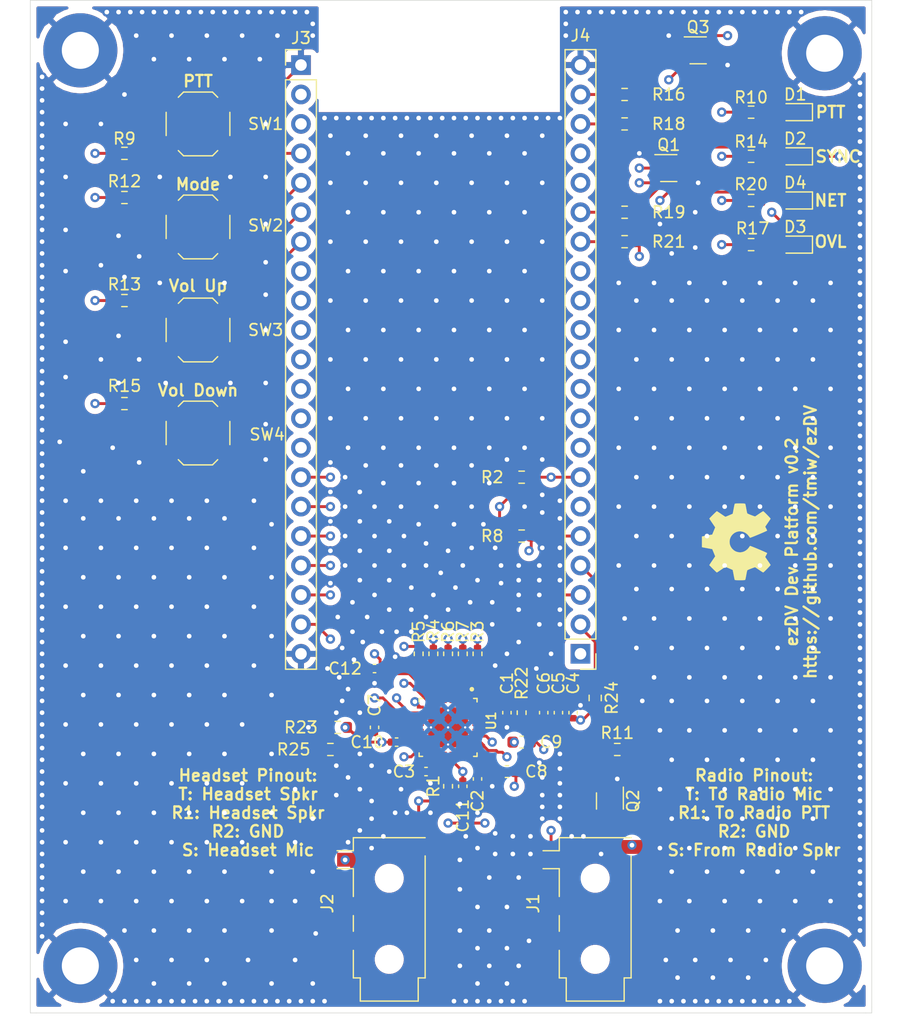
<source format=kicad_pcb>
(kicad_pcb (version 20171130) (host pcbnew "(5.1.7-0-10_14)")
  (layers (0 F.Cu signal) (1 In1.Cu signal) (2 In2.Cu signal) (31 B.Cu signal) (34 B.Paste user) (35 F.Paste user) (36 B.SilkS user) (37 F.SilkS user) (38 B.Mask user) (39 F.Mask user) (44 Edge.Cuts user))
  (net 0 "")
  (net 1 TLV320_DVDD)
  (net 2 GND)
  (net 3 TLV320_AVDD)
  (net 4 TLV320_REF)
  (net 5 3.3V)
  (net 6 TLV320_IN_USER)
  (net 7 TLV320_IN_DETECT)
  (net 8 User_Jack_Speaker)
  (net 9 TLV320_OUT_USER)
  (net 10 Radio_Jack_Speaker)
  (net 11 TLV320_OUT_RADIO)
  (net 12 TLV320_IN_RADIO)
  (net 13 Radio_Jack_Mic)
  (net 14 "Net-(C11-Pad1)")
  (net 15 "Net-(D1-Pad2)")
  (net 16 "Net-(D1-Pad1)")
  (net 17 "Net-(D2-Pad2)")
  (net 18 "Net-(D2-Pad1)")
  (net 19 "Net-(D3-Pad2)")
  (net 20 "Net-(D3-Pad1)")
  (net 21 "Net-(D4-Pad2)")
  (net 22 "Net-(D4-Pad1)")
  (net 23 Radio_Jack_PTT)
  (net 24 GPIO11_TLV320_DOUT)
  (net 25 GPIO10_TLV320_DIN)
  (net 26 GPIO9_TLV320_WCLK)
  (net 27 GPIO46_TLV320_BCLK)
  (net 28 GPIO3_TLV320_MCLK)
  (net 29 GPIO20)
  (net 30 GPIO19)
  (net 31 GPIO8)
  (net 32 GPIO18)
  (net 33 GPIO17)
  (net 34 GPIO16)
  (net 35 GPIO15)
  (net 36 GPIO7_VOL_DOWN)
  (net 37 GPIO6_VOL_UP)
  (net 38 GPIO5_MODE_BTN)
  (net 39 GPIO4_PTT_IN)
  (net 40 "Net-(J3-Pad3)")
  (net 41 GPIO1_SYNC_LED)
  (net 42 GPIO2_OVL_LED)
  (net 43 "Net-(J4-Pad18)")
  (net 44 "Net-(J4-Pad17)")
  (net 45 GPIO42_NET_LED)
  (net 46 GPIO41_PTT_LED)
  (net 47 GPIO40)
  (net 48 GPIO39)
  (net 49 GPIO38)
  (net 50 GPIO37)
  (net 51 GPIO36)
  (net 52 GPIO35)
  (net 53 "Net-(J4-Pad8)")
  (net 54 GPIO21_PTT_OUT)
  (net 55 GPIO14_TLV320_MFP5)
  (net 56 5V)
  (net 57 "Net-(Q1-Pad2)")
  (net 58 "Net-(Q1-Pad5)")
  (net 59 "Net-(Q2-Pad2)")
  (net 60 "Net-(Q3-Pad2)")
  (net 61 "Net-(Q3-Pad5)")
  (net 62 TLV320_OUT_MICBIAS)
  (net 63 TLV320_IN_MCLK)
  (net 64 TLV320_IN_DIN)
  (net 65 TLV320_OUT_DOUT)
  (net 66 TLV320_IO_WCLK)
  (net 67 TLV320_IO_BCLK)
  (net 68 "Net-(R22-Pad2)")
  (net 69 "Net-(U1-Pad22)")
  (net 70 "Net-(U1-Pad23)")
  (net 71 GPIO47_TLV320_SDA)
  (net 72 GPIO45_TLV320_SCL)
  (net 73 "Net-(J4-Pad6)")
  (net 74 GPIO12_TLV320_MFP4)
  (net 75 GPIO13_TLV320_RESET)
  (module ezDV:IC_ADS125H01IRHBT (layer F.Cu) (at 144.78 105.41 270)
    (fp_text reference U1 (at -0.57 -3.723 90) (layer F.SilkS) (effects (font (size 0.8 0.8))))
    (fp_text value TLV320AIC3254IRHBR)
    (pad 9 smd roundrect (at -1.75 2.4) (size 0.6 0.25) (layers F.Cu F.Paste) (roundrect_rratio 0.03) (net 72 GPIO45_TLV320_SCL))
    (pad 10 smd roundrect (at -1.25 2.4) (size 0.6 0.25) (layers F.Cu F.Paste) (roundrect_rratio 0.03) (net 71 GPIO47_TLV320_SDA))
    (pad 11 smd roundrect (at -0.75 2.4) (size 0.6 0.25) (layers F.Cu F.Paste) (roundrect_rratio 0.03) (net 74 GPIO12_TLV320_MFP4))
    (pad 12 smd roundrect (at -0.25 2.4) (size 0.6 0.25) (layers F.Cu F.Paste) (roundrect_rratio 0.03) (net 2 GND))
    (pad 13 smd roundrect (at 0.25 2.4) (size 0.6 0.25) (layers F.Cu F.Paste) (roundrect_rratio 0.03) (net 6 TLV320_IN_USER))
    (pad 14 smd roundrect (at 0.75 2.4) (size 0.6 0.25) (layers F.Cu F.Paste) (roundrect_rratio 0.03) (net 12 TLV320_IN_RADIO))
    (pad 15 smd roundrect (at 1.25 2.4) (size 0.6 0.25) (layers F.Cu F.Paste) (roundrect_rratio 0.03) (net 14 "Net-(C11-Pad1)"))
    (pad 16 smd roundrect (at 1.75 2.4) (size 0.6 0.25) (layers F.Cu F.Paste) (roundrect_rratio 0.03) (net 14 "Net-(C11-Pad1)"))
    (pad 25 smd roundrect (at 1.75 -2.4) (size 0.6 0.25) (layers F.Cu F.Paste) (roundrect_rratio 0.03) (net 9 TLV320_OUT_USER))
    (pad 26 smd roundrect (at 1.25 -2.4) (size 0.6 0.25) (layers F.Cu F.Paste) (roundrect_rratio 0.03) (net 5 3.3V))
    (pad 27 smd roundrect (at 0.75 -2.4) (size 0.6 0.25) (layers F.Cu F.Paste) (roundrect_rratio 0.03) (net 11 TLV320_OUT_RADIO))
    (pad 28 smd roundrect (at 0.25 -2.4) (size 0.6 0.25) (layers F.Cu F.Paste) (roundrect_rratio 0.03) (net 2 GND))
    (pad 29 smd roundrect (at -0.25 -2.4) (size 0.6 0.25) (layers F.Cu F.Paste) (roundrect_rratio 0.03) (net 1 TLV320_DVDD))
    (pad 30 smd roundrect (at -0.75 -2.4) (size 0.6 0.25) (layers F.Cu F.Paste) (roundrect_rratio 0.03) (net 68 "Net-(R22-Pad2)"))
    (pad 31 smd roundrect (at -1.25 -2.4) (size 0.6 0.25) (layers F.Cu F.Paste) (roundrect_rratio 0.03) (net 75 GPIO13_TLV320_RESET))
    (pad 32 smd roundrect (at -1.75 -2.4) (size 0.6 0.25) (layers F.Cu F.Paste) (roundrect_rratio 0.03) (net 55 GPIO14_TLV320_MFP5))
    (pad 1 smd roundrect (at -2.4 -1.75 270) (size 0.6 0.25) (layers F.Cu F.Paste) (roundrect_rratio 0.03) (net 63 TLV320_IN_MCLK))
    (pad 2 smd roundrect (at -2.4 -1.25 270) (size 0.6 0.25) (layers F.Cu F.Paste) (roundrect_rratio 0.03) (net 67 TLV320_IO_BCLK))
    (pad 3 smd roundrect (at -2.4 -0.75 270) (size 0.6 0.25) (layers F.Cu F.Paste) (roundrect_rratio 0.03) (net 66 TLV320_IO_WCLK))
    (pad 4 smd roundrect (at -2.4 -0.25 270) (size 0.6 0.25) (layers F.Cu F.Paste) (roundrect_rratio 0.03) (net 64 TLV320_IN_DIN))
    (pad 5 smd roundrect (at -2.4 0.25 270) (size 0.6 0.25) (layers F.Cu F.Paste) (roundrect_rratio 0.03) (net 65 TLV320_OUT_DOUT))
    (pad 6 smd roundrect (at -2.4 0.75 270) (size 0.6 0.25) (layers F.Cu F.Paste) (roundrect_rratio 0.03) (net 5 3.3V))
    (pad 7 smd roundrect (at -2.4 1.25 270) (size 0.6 0.25) (layers F.Cu F.Paste) (roundrect_rratio 0.03) (net 2 GND))
    (pad 8 smd roundrect (at -2.4 1.75 270) (size 0.6 0.25) (layers F.Cu F.Paste) (roundrect_rratio 0.03) (net 7 TLV320_IN_DETECT))
    (pad 17 smd roundrect (at 2.4 1.75 270) (size 0.6 0.25) (layers F.Cu F.Paste) (roundrect_rratio 0.03) (net 2 GND))
    (pad 18 smd roundrect (at 2.4 1.25 270) (size 0.6 0.25) (layers F.Cu F.Paste) (roundrect_rratio 0.03) (net 4 TLV320_REF))
    (pad 19 smd roundrect (at 2.4 0.75 270) (size 0.6 0.25) (layers F.Cu F.Paste) (roundrect_rratio 0.03) (net 62 TLV320_OUT_MICBIAS))
    (pad 20 smd roundrect (at 2.4 0.25 270) (size 0.6 0.25) (layers F.Cu F.Paste) (roundrect_rratio 0.03) (net 14 "Net-(C11-Pad1)"))
    (pad 21 smd roundrect (at 2.4 -0.25 270) (size 0.6 0.25) (layers F.Cu F.Paste) (roundrect_rratio 0.03) (net 14 "Net-(C11-Pad1)"))
    (pad 22 smd roundrect (at 2.4 -0.75 270) (size 0.6 0.25) (layers F.Cu F.Paste) (roundrect_rratio 0.03) (net 69 "Net-(U1-Pad22)"))
    (pad 23 smd roundrect (at 2.4 -1.25 270) (size 0.6 0.25) (layers F.Cu F.Paste) (roundrect_rratio 0.03) (net 70 "Net-(U1-Pad23)"))
    (pad 24 smd roundrect (at 2.4 -1.75 270) (size 0.6 0.25) (layers F.Cu F.Paste) (roundrect_rratio 0.03) (net 3 TLV320_AVDD))
    (pad 33 smd rect (at 0 0 270) (size 3.45 3.45) (layers F.Cu) (net 2 GND))
    (pad 34 thru_hole circle (at 0 0 270) (size 0.4 0.4) (drill 0.2) (layers *.Cu) (net 2 GND))
    (pad 35 thru_hole circle (at 0 -1.475 270) (size 0.4 0.4) (drill 0.2) (layers *.Cu) (net 2 GND))
    (pad 36 thru_hole circle (at -1.475 0 270) (size 0.4 0.4) (drill 0.2) (layers *.Cu) (net 2 GND))
    (pad 37 thru_hole circle (at 0 1.475 270) (size 0.4 0.4) (drill 0.2) (layers *.Cu) (net 2 GND))
    (pad 38 thru_hole circle (at 1.475 0 270) (size 0.4 0.4) (drill 0.2) (layers *.Cu) (net 2 GND))
  )
  (module Symbol:OSHW-Symbol_6.7x6mm_SilkScreen (layer F.Cu) (at 169.672 89.408 90)
    (fp_text reference REF** hide)
    (fp_text value OSHW-Symbol_6.7x6mm_SilkScreen hide)
  )
  (module MountingHole:MountingHole_3.2mm_M3_Pad (layer F.Cu) (at 177.292 125.984)
    (fp_text reference H4 (at 0 0) (layer F.SilkS))
    (fp_text value MountingHole_Pad)
    (pad 1 thru_hole circle (at 0 0) (size 6.4 6.4) (drill 3.2) (layers *.Cu *.Mask) (net 2 GND))
  )
  (module MountingHole:MountingHole_3.2mm_M3_Pad (layer F.Cu) (at 113.03 125.984)
    (fp_text reference H3 (at 0 0) (layer F.SilkS))
    (fp_text value MountingHole_Pad)
    (pad 1 thru_hole circle (at 0 0) (size 6.4 6.4) (drill 3.2) (layers *.Cu *.Mask) (net 2 GND))
  )
  (module MountingHole:MountingHole_3.2mm_M3_Pad (layer F.Cu) (at 177.292 47.244)
    (fp_text reference H2 (at 0 0) (layer F.SilkS))
    (fp_text value MountingHole_Pad)
    (pad 1 thru_hole circle (at 0 0) (size 6.4 6.4) (drill 3.2) (layers *.Cu *.Mask) (net 2 GND))
  )
  (module MountingHole:MountingHole_3.2mm_M3_Pad (layer F.Cu) (at 113.03 46.99)
    (fp_text reference H1 (at 0 0.254) (layer F.SilkS))
    (fp_text value MountingHole_Pad)
    (pad 1 thru_hole circle (at 0 0) (size 6.4 6.4) (drill 3.2) (layers *.Cu *.Mask) (net 2 GND))
  )
  (module Resistor_SMD:R_0402_1005Metric (layer F.Cu) (at 151.13 104.14 90)
    (fp_text reference R22 (at 2.54 0 90) (layer F.SilkS))
    (fp_text value 4.7K)
    (pad 2 smd roundrect (at 0.51 0 90) (size 0.54 0.64) (layers F.Cu F.Paste F.Mask) (net 68 "Net-(R22-Pad2)"))
    (pad 1 smd roundrect (at -0.51 0 90) (size 0.54 0.64) (layers F.Cu F.Paste F.Mask) (net 5 3.3V))
  )
  (module Button_Switch_SMD:SW_SPST_TL3342 (layer F.Cu) (at 123.19 80.01)
    (fp_text reference SW4 (at 5.969 0.127) (layer F.SilkS))
    (fp_text value Vol_Down_Button)
    (pad 2 smd rect (at 3.15 1.9) (size 1.7 1) (layers F.Cu F.Paste F.Mask) (net 2 GND))
    (pad 2 smd rect (at -3.15 1.9) (size 1.7 1) (layers F.Cu F.Paste F.Mask) (net 2 GND))
    (pad 1 smd rect (at 3.15 -1.9) (size 1.7 1) (layers F.Cu F.Paste F.Mask) (net 36 GPIO7_VOL_DOWN))
    (pad 1 smd rect (at -3.15 -1.9) (size 1.7 1) (layers F.Cu F.Paste F.Mask) (net 36 GPIO7_VOL_DOWN))
  )
  (module Button_Switch_SMD:SW_SPST_TL3342 (layer F.Cu) (at 123.19 71.12)
    (fp_text reference SW3 (at 5.842 0) (layer F.SilkS))
    (fp_text value Vol_Up_Button)
    (pad 2 smd rect (at 3.15 1.9) (size 1.7 1) (layers F.Cu F.Paste F.Mask) (net 2 GND))
    (pad 2 smd rect (at -3.15 1.9) (size 1.7 1) (layers F.Cu F.Paste F.Mask) (net 2 GND))
    (pad 1 smd rect (at 3.15 -1.9) (size 1.7 1) (layers F.Cu F.Paste F.Mask) (net 37 GPIO6_VOL_UP))
    (pad 1 smd rect (at -3.15 -1.9) (size 1.7 1) (layers F.Cu F.Paste F.Mask) (net 37 GPIO6_VOL_UP))
  )
  (module Button_Switch_SMD:SW_SPST_TL3342 (layer F.Cu) (at 123.19 62.23)
    (fp_text reference SW2 (at 5.842 -0.127) (layer F.SilkS))
    (fp_text value Mode_Button)
    (pad 2 smd rect (at 3.15 1.9) (size 1.7 1) (layers F.Cu F.Paste F.Mask) (net 2 GND))
    (pad 2 smd rect (at -3.15 1.9) (size 1.7 1) (layers F.Cu F.Paste F.Mask) (net 2 GND))
    (pad 1 smd rect (at 3.15 -1.9) (size 1.7 1) (layers F.Cu F.Paste F.Mask) (net 38 GPIO5_MODE_BTN))
    (pad 1 smd rect (at -3.15 -1.9) (size 1.7 1) (layers F.Cu F.Paste F.Mask) (net 38 GPIO5_MODE_BTN))
  )
  (module Button_Switch_SMD:SW_SPST_TL3342 (layer F.Cu) (at 123.19 53.34 180)
    (fp_text reference SW1 (at -5.842 0) (layer F.SilkS))
    (fp_text value PTT_Button)
    (pad 2 smd rect (at 3.15 1.9 180) (size 1.7 1) (layers F.Cu F.Paste F.Mask) (net 2 GND))
    (pad 2 smd rect (at -3.15 1.9 180) (size 1.7 1) (layers F.Cu F.Paste F.Mask) (net 2 GND))
    (pad 1 smd rect (at 3.15 -1.9 180) (size 1.7 1) (layers F.Cu F.Paste F.Mask) (net 39 GPIO4_PTT_IN))
    (pad 1 smd rect (at -3.15 -1.9 180) (size 1.7 1) (layers F.Cu F.Paste F.Mask) (net 39 GPIO4_PTT_IN))
  )
  (module Resistor_SMD:R_0603_1608Metric (layer F.Cu) (at 134.62 107.315 180)
    (fp_text reference R25 (at 3.175 0) (layer F.SilkS))
    (fp_text value 1M)
    (pad 2 smd roundrect (at 0.825 0 180) (size 0.8 0.95) (layers F.Cu F.Paste F.Mask) (net 2 GND))
    (pad 1 smd roundrect (at -0.825 0 180) (size 0.8 0.95) (layers F.Cu F.Paste F.Mask) (net 13 Radio_Jack_Mic))
  )
  (module Resistor_SMD:R_0603_1608Metric (layer F.Cu) (at 157.48 102.87 270)
    (fp_text reference R24 (at 0 -1.43 90) (layer F.SilkS))
    (fp_text value 4.7K)
    (pad 2 smd roundrect (at 0.825 0 270) (size 0.8 0.95) (layers F.Cu F.Paste F.Mask) (net 5 3.3V))
    (pad 1 smd roundrect (at -0.825 0 270) (size 0.8 0.95) (layers F.Cu F.Paste F.Mask) (net 75 GPIO13_TLV320_RESET))
  )
  (module Resistor_SMD:R_0603_1608Metric (layer F.Cu) (at 135.255 105.41 180)
    (fp_text reference R23 (at 3.175 0) (layer F.SilkS))
    (fp_text value 1M)
    (pad 2 smd roundrect (at 0.825 0 180) (size 0.8 0.95) (layers F.Cu F.Paste F.Mask) (net 2 GND))
    (pad 1 smd roundrect (at -0.825 0 180) (size 0.8 0.95) (layers F.Cu F.Paste F.Mask) (net 7 TLV320_IN_DETECT))
  )
  (module Resistor_SMD:R_0603_1608Metric (layer F.Cu) (at 160.02 63.5 180)
    (fp_text reference R21 (at -3.81 0) (layer F.SilkS))
    (fp_text value 2.7K)
    (pad 2 smd roundrect (at 0.825 0 180) (size 0.8 0.95) (layers F.Cu F.Paste F.Mask) (net 46 GPIO41_PTT_LED))
    (pad 1 smd roundrect (at -0.825 0 180) (size 0.8 0.95) (layers F.Cu F.Paste F.Mask) (net 57 "Net-(Q1-Pad2)"))
  )
  (module Resistor_SMD:R_0603_1608Metric (layer F.Cu) (at 170.942 59.944)
    (fp_text reference R20 (at 0 -1.397) (layer F.SilkS))
    (fp_text value 50)
    (pad 2 smd roundrect (at 0.825 0) (size 0.8 0.95) (layers F.Cu F.Paste F.Mask) (net 21 "Net-(D4-Pad2)"))
    (pad 1 smd roundrect (at -0.825 0) (size 0.8 0.95) (layers F.Cu F.Paste F.Mask) (net 5 3.3V))
  )
  (module Resistor_SMD:R_0603_1608Metric (layer F.Cu) (at 160.02 60.96 180)
    (fp_text reference R19 (at -3.81 0) (layer F.SilkS))
    (fp_text value 2.7K)
    (pad 2 smd roundrect (at 0.825 0 180) (size 0.8 0.95) (layers F.Cu F.Paste F.Mask) (net 45 GPIO42_NET_LED))
    (pad 1 smd roundrect (at -0.825 0 180) (size 0.8 0.95) (layers F.Cu F.Paste F.Mask) (net 58 "Net-(Q1-Pad5)"))
  )
  (module Resistor_SMD:R_0603_1608Metric (layer F.Cu) (at 160.02 53.34 180)
    (fp_text reference R18 (at -3.81 0) (layer F.SilkS))
    (fp_text value 2.7K)
    (pad 1 smd roundrect (at -0.825 0 180) (size 0.8 0.95) (layers F.Cu F.Paste F.Mask) (net 61 "Net-(Q3-Pad5)"))
    (pad 2 smd roundrect (at 0.825 0 180) (size 0.8 0.95) (layers F.Cu F.Paste F.Mask) (net 42 GPIO2_OVL_LED))
  )
  (module Resistor_SMD:R_0603_1608Metric (layer F.Cu) (at 170.942 63.754 180)
    (fp_text reference R17 (at -0.127 1.397) (layer F.SilkS))
    (fp_text value 50)
    (pad 2 smd roundrect (at 0.825 0 180) (size 0.8 0.95) (layers F.Cu F.Paste F.Mask) (net 5 3.3V))
    (pad 1 smd roundrect (at -0.825 0 180) (size 0.8 0.95) (layers F.Cu F.Paste F.Mask) (net 19 "Net-(D3-Pad2)"))
  )
  (module Resistor_SMD:R_0603_1608Metric (layer F.Cu) (at 160.02 50.8 180)
    (fp_text reference R16 (at -3.81 0) (layer F.SilkS))
    (fp_text value 2.7K)
    (pad 2 smd roundrect (at 0.825 0 180) (size 0.8 0.95) (layers F.Cu F.Paste F.Mask) (net 41 GPIO1_SYNC_LED))
    (pad 1 smd roundrect (at -0.825 0 180) (size 0.8 0.95) (layers F.Cu F.Paste F.Mask) (net 60 "Net-(Q3-Pad2)"))
  )
  (module Resistor_SMD:R_0603_1608Metric (layer F.Cu) (at 116.84 77.47)
    (fp_text reference R15 (at 0 -1.524) (layer F.SilkS))
    (fp_text value 3.3K)
    (pad 2 smd roundrect (at 0.825 0) (size 0.8 0.95) (layers F.Cu F.Paste F.Mask) (net 36 GPIO7_VOL_DOWN))
    (pad 1 smd roundrect (at -0.825 0) (size 0.8 0.95) (layers F.Cu F.Paste F.Mask) (net 5 3.3V))
  )
  (module Resistor_SMD:R_0603_1608Metric (layer F.Cu) (at 170.942 56.134 180)
    (fp_text reference R14 (at 0 1.27) (layer F.SilkS))
    (fp_text value 50)
    (pad 2 smd roundrect (at 0.825 0 180) (size 0.8 0.95) (layers F.Cu F.Paste F.Mask) (net 5 3.3V))
    (pad 1 smd roundrect (at -0.825 0 180) (size 0.8 0.95) (layers F.Cu F.Paste F.Mask) (net 17 "Net-(D2-Pad2)"))
  )
  (module Resistor_SMD:R_0603_1608Metric (layer F.Cu) (at 116.84 68.58)
    (fp_text reference R13 (at 0 -1.397) (layer F.SilkS))
    (fp_text value 3.3K)
    (pad 2 smd roundrect (at 0.825 0) (size 0.8 0.95) (layers F.Cu F.Paste F.Mask) (net 37 GPIO6_VOL_UP))
    (pad 1 smd roundrect (at -0.825 0) (size 0.8 0.95) (layers F.Cu F.Paste F.Mask) (net 5 3.3V))
  )
  (module Resistor_SMD:R_0603_1608Metric (layer F.Cu) (at 116.84 59.69)
    (fp_text reference R12 (at 0 -1.397) (layer F.SilkS))
    (fp_text value 3.3K)
    (pad 2 smd roundrect (at 0.825 0) (size 0.8 0.95) (layers F.Cu F.Paste F.Mask) (net 38 GPIO5_MODE_BTN))
    (pad 1 smd roundrect (at -0.825 0) (size 0.8 0.95) (layers F.Cu F.Paste F.Mask) (net 5 3.3V))
  )
  (module Resistor_SMD:R_0603_1608Metric (layer F.Cu) (at 159.385 107.315)
    (fp_text reference R11 (at 0 -1.43) (layer F.SilkS))
    (fp_text value 2.7K)
    (pad 2 smd roundrect (at 0.825 0) (size 0.8 0.95) (layers F.Cu F.Paste F.Mask) (net 54 GPIO21_PTT_OUT))
    (pad 1 smd roundrect (at -0.825 0) (size 0.8 0.95) (layers F.Cu F.Paste F.Mask) (net 59 "Net-(Q2-Pad2)"))
  )
  (module Resistor_SMD:R_0603_1608Metric (layer F.Cu) (at 170.942 52.324 180)
    (fp_text reference R10 (at 0 1.27) (layer F.SilkS))
    (fp_text value 50)
    (pad 2 smd roundrect (at 0.825 0 180) (size 0.8 0.95) (layers F.Cu F.Paste F.Mask) (net 5 3.3V))
    (pad 1 smd roundrect (at -0.825 0 180) (size 0.8 0.95) (layers F.Cu F.Paste F.Mask) (net 15 "Net-(D1-Pad2)"))
  )
  (module Resistor_SMD:R_0603_1608Metric (layer F.Cu) (at 116.84 55.88)
    (fp_text reference R9 (at 0 -1.27) (layer F.SilkS))
    (fp_text value 3.3K)
    (pad 2 smd roundrect (at 0.825 0) (size 0.8 0.95) (layers F.Cu F.Paste F.Mask) (net 39 GPIO4_PTT_IN))
    (pad 1 smd roundrect (at -0.825 0) (size 0.8 0.95) (layers F.Cu F.Paste F.Mask) (net 5 3.3V))
  )
  (module Resistor_SMD:R_0603_1608Metric (layer F.Cu) (at 151.13 88.9)
    (fp_text reference R8 (at -2.54 0) (layer F.SilkS))
    (fp_text value 4.7K)
    (pad 2 smd roundrect (at 0.825 0) (size 0.8 0.95) (layers F.Cu F.Paste F.Mask) (net 71 GPIO47_TLV320_SDA))
    (pad 1 smd roundrect (at -0.825 0) (size 0.8 0.95) (layers F.Cu F.Paste F.Mask) (net 5 3.3V))
  )
  (module Resistor_SMD:R_0402_1005Metric (layer F.Cu) (at 146.05 99.06 90)
    (fp_text reference R7 (at 1.905 0 90) (layer F.SilkS))
    (fp_text value 27)
    (pad 2 smd roundrect (at 0.51 0 90) (size 0.54 0.64) (layers F.Cu F.Paste F.Mask) (net 27 GPIO46_TLV320_BCLK))
    (pad 1 smd roundrect (at -0.51 0 90) (size 0.54 0.64) (layers F.Cu F.Paste F.Mask) (net 67 TLV320_IO_BCLK))
  )
  (module Resistor_SMD:R_0402_1005Metric (layer F.Cu) (at 144.78 99.06 90)
    (fp_text reference R6 (at 1.905 0 90) (layer F.SilkS))
    (fp_text value 27)
    (pad 2 smd roundrect (at 0.51 0 90) (size 0.54 0.64) (layers F.Cu F.Paste F.Mask) (net 26 GPIO9_TLV320_WCLK))
    (pad 1 smd roundrect (at -0.51 0 90) (size 0.54 0.64) (layers F.Cu F.Paste F.Mask) (net 66 TLV320_IO_WCLK))
  )
  (module Resistor_SMD:R_0402_1005Metric (layer F.Cu) (at 142.24 99.06 90)
    (fp_text reference R5 (at 1.905 0 90) (layer F.SilkS))
    (fp_text value 27)
    (pad 2 smd roundrect (at 0.51 0 90) (size 0.54 0.64) (layers F.Cu F.Paste F.Mask) (net 24 GPIO11_TLV320_DOUT))
    (pad 1 smd roundrect (at -0.51 0 90) (size 0.54 0.64) (layers F.Cu F.Paste F.Mask) (net 65 TLV320_OUT_DOUT))
  )
  (module Resistor_SMD:R_0402_1005Metric (layer F.Cu) (at 143.51 99.06 90)
    (fp_text reference R4 (at 2.03 0 90) (layer F.SilkS))
    (fp_text value 27)
    (pad 2 smd roundrect (at 0.51 0 90) (size 0.54 0.64) (layers F.Cu F.Paste F.Mask) (net 25 GPIO10_TLV320_DIN))
    (pad 1 smd roundrect (at -0.51 0 90) (size 0.54 0.64) (layers F.Cu F.Paste F.Mask) (net 64 TLV320_IN_DIN))
  )
  (module Resistor_SMD:R_0402_1005Metric (layer F.Cu) (at 147.32 99.06 90)
    (fp_text reference R3 (at 1.905 0 90) (layer F.SilkS))
    (fp_text value 10)
    (pad 2 smd roundrect (at 0.51 0 90) (size 0.54 0.64) (layers F.Cu F.Paste F.Mask) (net 28 GPIO3_TLV320_MCLK))
    (pad 1 smd roundrect (at -0.51 0 90) (size 0.54 0.64) (layers F.Cu F.Paste F.Mask) (net 63 TLV320_IN_MCLK))
  )
  (module Resistor_SMD:R_0603_1608Metric (layer F.Cu) (at 151.13 83.82)
    (fp_text reference R2 (at -2.54 0) (layer F.SilkS))
    (fp_text value 4.7K)
    (pad 2 smd roundrect (at 0.825 0) (size 0.8 0.95) (layers F.Cu F.Paste F.Mask) (net 72 GPIO45_TLV320_SCL))
    (pad 1 smd roundrect (at -0.825 0) (size 0.8 0.95) (layers F.Cu F.Paste F.Mask) (net 5 3.3V))
  )
  (module Resistor_SMD:R_0402_1005Metric (layer F.Cu) (at 144.78 110.49 270)
    (fp_text reference R1 (at 0 1.27 90) (layer F.SilkS))
    (fp_text value 1K)
    (pad 2 smd roundrect (at 0.51 0 270) (size 0.54 0.64) (layers F.Cu F.Paste F.Mask) (net 7 TLV320_IN_DETECT))
    (pad 1 smd roundrect (at -0.51 0 270) (size 0.54 0.64) (layers F.Cu F.Paste F.Mask) (net 62 TLV320_OUT_MICBIAS))
  )
  (module Package_TO_SOT_SMD:SOT-363_SC-70-6 (layer F.Cu) (at 166.37 46.99)
    (fp_text reference Q3 (at 0 -2) (layer F.SilkS))
    (fp_text value MBT3904DW1T1)
    (pad 6 smd rect (at 0.95 -0.65) (size 0.65 0.4) (layers F.Cu F.Paste F.Mask) (net 18 "Net-(D2-Pad1)"))
    (pad 4 smd rect (at 0.95 0.65) (size 0.65 0.4) (layers F.Cu F.Paste F.Mask) (net 2 GND))
    (pad 2 smd rect (at -0.95 0) (size 0.65 0.4) (layers F.Cu F.Paste F.Mask) (net 60 "Net-(Q3-Pad2)"))
    (pad 5 smd rect (at 0.95 0) (size 0.65 0.4) (layers F.Cu F.Paste F.Mask) (net 61 "Net-(Q3-Pad5)"))
    (pad 3 smd rect (at -0.95 0.65) (size 0.65 0.4) (layers F.Cu F.Paste F.Mask) (net 20 "Net-(D3-Pad1)"))
    (pad 1 smd rect (at -0.95 -0.65) (size 0.65 0.4) (layers F.Cu F.Paste F.Mask) (net 2 GND))
  )
  (module Package_TO_SOT_SMD:SOT-363_SC-70-6 (layer F.Cu) (at 158.75 111.76 270)
    (fp_text reference Q2 (at 0 -2 90) (layer F.SilkS))
    (fp_text value MBT3904DW1T1)
    (pad 6 smd rect (at 0.95 -0.65 270) (size 0.65 0.4) (layers F.Cu F.Paste F.Mask) (net 23 Radio_Jack_PTT))
    (pad 4 smd rect (at 0.95 0.65 270) (size 0.65 0.4) (layers F.Cu F.Paste F.Mask))
    (pad 2 smd rect (at -0.95 0 270) (size 0.65 0.4) (layers F.Cu F.Paste F.Mask) (net 59 "Net-(Q2-Pad2)"))
    (pad 5 smd rect (at 0.95 0 270) (size 0.65 0.4) (layers F.Cu F.Paste F.Mask))
    (pad 3 smd rect (at -0.95 0.65 270) (size 0.65 0.4) (layers F.Cu F.Paste F.Mask))
    (pad 1 smd rect (at -0.95 -0.65 270) (size 0.65 0.4) (layers F.Cu F.Paste F.Mask) (net 2 GND))
  )
  (module Package_TO_SOT_SMD:SOT-363_SC-70-6 (layer F.Cu) (at 163.83 57.15)
    (fp_text reference Q1 (at 0 -2) (layer F.SilkS))
    (fp_text value MBT3904DW1T1)
    (pad 6 smd rect (at 0.95 -0.65) (size 0.65 0.4) (layers F.Cu F.Paste F.Mask) (net 16 "Net-(D1-Pad1)"))
    (pad 4 smd rect (at 0.95 0.65) (size 0.65 0.4) (layers F.Cu F.Paste F.Mask) (net 2 GND))
    (pad 2 smd rect (at -0.95 0) (size 0.65 0.4) (layers F.Cu F.Paste F.Mask) (net 57 "Net-(Q1-Pad2)"))
    (pad 5 smd rect (at 0.95 0) (size 0.65 0.4) (layers F.Cu F.Paste F.Mask) (net 58 "Net-(Q1-Pad5)"))
    (pad 3 smd rect (at -0.95 0.65) (size 0.65 0.4) (layers F.Cu F.Paste F.Mask) (net 22 "Net-(D4-Pad1)"))
    (pad 1 smd rect (at -0.95 -0.65) (size 0.65 0.4) (layers F.Cu F.Paste F.Mask) (net 2 GND))
  )
  (module Connector_Audio:Jack_3.5mm_PJ320D_Horizontal (layer F.Cu) (at 139.7 120.65 90)
    (fp_text reference J2 (at 0.05 -5.35 90) (layer F.SilkS))
    (fp_text value User_Jack)
    (pad "" np_thru_hole circle (at 2.225 0 90) (size 1.5 1.5) (drill 1.5) (layers *.Cu *.Mask))
    (pad "" np_thru_hole circle (at -4.775 0 90) (size 1.5 1.5) (drill 1.5) (layers *.Cu *.Mask))
    (pad R2 smd rect (at -3.175 -3.25 90) (size 1.2 2.5) (layers F.Cu F.Paste F.Mask) (net 2 GND))
    (pad R1 smd rect (at -0.175 -3.25 90) (size 1.2 2.5) (layers F.Cu F.Paste F.Mask) (net 8 User_Jack_Speaker))
    (pad T smd rect (at 3.825 -3.25 90) (size 1.2 2.5) (layers F.Cu F.Paste F.Mask) (net 8 User_Jack_Speaker))
    (pad S smd rect (at 4.925 3.25 90) (size 1.2 2.5) (layers F.Cu F.Paste F.Mask) (net 7 TLV320_IN_DETECT))
  )
  (module Connector_Audio:Jack_3.5mm_PJ320D_Horizontal (layer F.Cu) (at 157.48 120.65 90)
    (fp_text reference J1 (at 0.05 -5.35 90) (layer F.SilkS))
    (fp_text value Radio_Jack)
    (pad "" np_thru_hole circle (at 2.225 0 90) (size 1.5 1.5) (drill 1.5) (layers *.Cu *.Mask))
    (pad "" np_thru_hole circle (at -4.775 0 90) (size 1.5 1.5) (drill 1.5) (layers *.Cu *.Mask))
    (pad R2 smd rect (at -3.175 -3.25 90) (size 1.2 2.5) (layers F.Cu F.Paste F.Mask) (net 2 GND))
    (pad R1 smd rect (at -0.175 -3.25 90) (size 1.2 2.5) (layers F.Cu F.Paste F.Mask) (net 23 Radio_Jack_PTT))
    (pad T smd rect (at 3.825 -3.25 90) (size 1.2 2.5) (layers F.Cu F.Paste F.Mask) (net 10 Radio_Jack_Speaker))
    (pad S smd rect (at 4.925 3.25 90) (size 1.2 2.5) (layers F.Cu F.Paste F.Mask) (net 13 Radio_Jack_Mic))
  )
  (module Diode_SMD:D_0603_1608Metric (layer F.Cu) (at 174.752 59.944 180)
    (fp_text reference D4 (at 0 1.524) (layer F.SilkS))
    (fp_text value NET_LED)
    (pad 2 smd roundrect (at 0.7875 0 180) (size 0.875 0.95) (layers F.Cu F.Paste F.Mask) (net 21 "Net-(D4-Pad2)"))
    (pad 1 smd roundrect (at -0.7875 0 180) (size 0.875 0.95) (layers F.Cu F.Paste F.Mask) (net 22 "Net-(D4-Pad1)"))
  )
  (module Diode_SMD:D_0603_1608Metric (layer F.Cu) (at 174.752 63.754 180)
    (fp_text reference D3 (at 0 1.524) (layer F.SilkS))
    (fp_text value OVL_LED)
    (pad 2 smd roundrect (at 0.7875 0 180) (size 0.875 0.95) (layers F.Cu F.Paste F.Mask) (net 19 "Net-(D3-Pad2)"))
    (pad 1 smd roundrect (at -0.7875 0 180) (size 0.875 0.95) (layers F.Cu F.Paste F.Mask) (net 20 "Net-(D3-Pad1)"))
  )
  (module Diode_SMD:D_0603_1608Metric (layer F.Cu) (at 174.752 56.134 180)
    (fp_text reference D2 (at 0 1.524) (layer F.SilkS))
    (fp_text value SYNC_LED)
    (pad 2 smd roundrect (at 0.7875 0 180) (size 0.875 0.95) (layers F.Cu F.Paste F.Mask) (net 17 "Net-(D2-Pad2)"))
    (pad 1 smd roundrect (at -0.7875 0 180) (size 0.875 0.95) (layers F.Cu F.Paste F.Mask) (net 18 "Net-(D2-Pad1)"))
  )
  (module Diode_SMD:D_0603_1608Metric (layer F.Cu) (at 174.752 52.324 180)
    (fp_text reference D1 (at 0 1.524) (layer F.SilkS))
    (fp_text value PTT_LED)
    (pad 2 smd roundrect (at 0.7875 0 180) (size 0.875 0.95) (layers F.Cu F.Paste F.Mask) (net 15 "Net-(D1-Pad2)"))
    (pad 1 smd roundrect (at -0.7875 0 180) (size 0.875 0.95) (layers F.Cu F.Paste F.Mask) (net 16 "Net-(D1-Pad1)"))
  )
  (module Capacitor_SMD:C_0402_1005Metric (layer F.Cu) (at 138.43 100.33 180)
    (fp_text reference C12 (at 2.54 0) (layer F.SilkS))
    (fp_text value 0.1uF)
    (pad 2 smd roundrect (at 0.48 0 180) (size 0.56 0.62) (layers F.Cu F.Paste F.Mask) (net 2 GND))
    (pad 1 smd roundrect (at -0.48 0 180) (size 0.56 0.62) (layers F.Cu F.Paste F.Mask) (net 5 3.3V))
  )
  (module Capacitor_SMD:C_0402_1005Metric (layer F.Cu) (at 146.05 110.49 270)
    (fp_text reference C11 (at 2.54 0 90) (layer F.SilkS))
    (fp_text value 0.1uF)
    (pad 2 smd roundrect (at 0.48 0 270) (size 0.56 0.62) (layers F.Cu F.Paste F.Mask) (net 2 GND))
    (pad 1 smd roundrect (at -0.48 0 270) (size 0.56 0.62) (layers F.Cu F.Paste F.Mask) (net 14 "Net-(C11-Pad1)"))
  )
  (module Capacitor_SMD:C_0402_1005Metric (layer F.Cu) (at 140.335 106.68)
    (fp_text reference C10 (at -2.54 0) (layer F.SilkS))
    (fp_text value 0.47uF)
    (pad 2 smd roundrect (at 0.48 0) (size 0.56 0.62) (layers F.Cu F.Paste F.Mask) (net 12 TLV320_IN_RADIO))
    (pad 1 smd roundrect (at -0.48 0) (size 0.56 0.62) (layers F.Cu F.Paste F.Mask) (net 13 Radio_Jack_Mic))
  )
  (module Capacitor_SMD:C_0603_1608Metric (layer F.Cu) (at 151.13 106.68)
    (fp_text reference C9 (at 2.54 0) (layer F.SilkS))
    (fp_text value 47uF)
    (pad 2 smd roundrect (at 0.775 0) (size 0.9 0.95) (layers F.Cu F.Paste F.Mask) (net 10 Radio_Jack_Speaker))
    (pad 1 smd roundrect (at -0.775 0) (size 0.9 0.95) (layers F.Cu F.Paste F.Mask) (net 11 TLV320_OUT_RADIO))
  )
  (module Capacitor_SMD:C_0603_1608Metric (layer F.Cu) (at 149.86 109.22)
    (fp_text reference C8 (at 2.54 0) (layer F.SilkS))
    (fp_text value 47uF)
    (pad 2 smd roundrect (at 0.775 0) (size 0.9 0.95) (layers F.Cu F.Paste F.Mask) (net 8 User_Jack_Speaker))
    (pad 1 smd roundrect (at -0.775 0) (size 0.9 0.95) (layers F.Cu F.Paste F.Mask) (net 9 TLV320_OUT_USER))
  )
  (module Capacitor_SMD:C_0402_1005Metric (layer F.Cu) (at 138.43 105.41 90)
    (fp_text reference C7 (at 1.905 0 90) (layer F.SilkS))
    (fp_text value 0.47uF)
    (pad 2 smd roundrect (at 0.48 0 90) (size 0.56 0.62) (layers F.Cu F.Paste F.Mask) (net 6 TLV320_IN_USER))
    (pad 1 smd roundrect (at -0.48 0 90) (size 0.56 0.62) (layers F.Cu F.Paste F.Mask) (net 7 TLV320_IN_DETECT))
  )
  (module Capacitor_SMD:C_0402_1005Metric (layer F.Cu) (at 153.035 104.14 90)
    (fp_text reference C6 (at 2.54 0 90) (layer F.SilkS))
    (fp_text value 0.1uF)
    (pad 2 smd roundrect (at 0.48 0 90) (size 0.56 0.62) (layers F.Cu F.Paste F.Mask) (net 2 GND))
    (pad 1 smd roundrect (at -0.48 0 90) (size 0.56 0.62) (layers F.Cu F.Paste F.Mask) (net 5 3.3V))
  )
  (module Capacitor_SMD:C_0402_1005Metric (layer F.Cu) (at 154.305 104.14 90)
    (fp_text reference C5 (at 2.54 0 90) (layer F.SilkS))
    (fp_text value 1uF)
    (pad 2 smd roundrect (at 0.48 0 90) (size 0.56 0.62) (layers F.Cu F.Paste F.Mask) (net 2 GND))
    (pad 1 smd roundrect (at -0.48 0 90) (size 0.56 0.62) (layers F.Cu F.Paste F.Mask) (net 5 3.3V))
  )
  (module Capacitor_SMD:C_0402_1005Metric (layer F.Cu) (at 155.575 104.14 90)
    (fp_text reference C4 (at 2.54 0 90) (layer F.SilkS))
    (fp_text value 10uF)
    (pad 2 smd roundrect (at 0.48 0 90) (size 0.56 0.62) (layers F.Cu F.Paste F.Mask) (net 2 GND))
    (pad 1 smd roundrect (at -0.48 0 90) (size 0.56 0.62) (layers F.Cu F.Paste F.Mask) (net 5 3.3V))
  )
  (module Capacitor_SMD:C_0402_1005Metric (layer F.Cu) (at 142.875 109.22)
    (fp_text reference C3 (at -1.905 0) (layer F.SilkS))
    (fp_text value 10uF)
    (pad 2 smd roundrect (at 0.48 0) (size 0.56 0.62) (layers F.Cu F.Paste F.Mask) (net 4 TLV320_REF))
    (pad 1 smd roundrect (at -0.48 0) (size 0.56 0.62) (layers F.Cu F.Paste F.Mask) (net 2 GND))
  )
  (module Capacitor_SMD:C_0402_1005Metric (layer F.Cu) (at 147.32 109.855 270)
    (fp_text reference C2 (at 1.905 0 90) (layer F.SilkS))
    (fp_text value 10uF)
    (pad 2 smd roundrect (at 0.48 0 270) (size 0.56 0.62) (layers F.Cu F.Paste F.Mask) (net 2 GND))
    (pad 1 smd roundrect (at -0.48 0 270) (size 0.56 0.62) (layers F.Cu F.Paste F.Mask) (net 3 TLV320_AVDD))
  )
  (module Capacitor_SMD:C_0402_1005Metric (layer F.Cu) (at 149.86 104.14 90)
    (fp_text reference C1 (at 2.54 0 90) (layer F.SilkS))
    (fp_text value 10uF)
    (pad 2 smd roundrect (at 0.48 0 90) (size 0.56 0.62) (layers F.Cu F.Paste F.Mask) (net 1 TLV320_DVDD))
    (pad 1 smd roundrect (at -0.48 0 90) (size 0.56 0.62) (layers F.Cu F.Paste F.Mask) (net 2 GND))
  )
  (module Connector_PinHeader_2.54mm:PinHeader_1x21_P2.54mm_Vertical (layer F.Cu) (at 156.21 99.06 180)
    (fp_text reference J4 (at 0 53.34) (layer F.SilkS))
    (fp_text value nanoESP32-S3-Right)
    (pad 21 thru_hole oval (at 0 50.8 180) (size 1.7 1.7) (drill 1) (layers *.Cu *.Mask) (net 2 GND))
    (pad 20 thru_hole oval (at 0 48.26 180) (size 1.7 1.7) (drill 1) (layers *.Cu *.Mask) (net 41 GPIO1_SYNC_LED))
    (pad 19 thru_hole oval (at 0 45.72 180) (size 1.7 1.7) (drill 1) (layers *.Cu *.Mask) (net 42 GPIO2_OVL_LED))
    (pad 18 thru_hole oval (at 0 43.18 180) (size 1.7 1.7) (drill 1) (layers *.Cu *.Mask) (net 43 "Net-(J4-Pad18)"))
    (pad 17 thru_hole oval (at 0 40.64 180) (size 1.7 1.7) (drill 1) (layers *.Cu *.Mask) (net 44 "Net-(J4-Pad17)"))
    (pad 16 thru_hole oval (at 0 38.1 180) (size 1.7 1.7) (drill 1) (layers *.Cu *.Mask) (net 45 GPIO42_NET_LED))
    (pad 15 thru_hole oval (at 0 35.56 180) (size 1.7 1.7) (drill 1) (layers *.Cu *.Mask) (net 46 GPIO41_PTT_LED))
    (pad 14 thru_hole oval (at 0 33.02 180) (size 1.7 1.7) (drill 1) (layers *.Cu *.Mask) (net 47 GPIO40))
    (pad 13 thru_hole oval (at 0 30.48 180) (size 1.7 1.7) (drill 1) (layers *.Cu *.Mask) (net 48 GPIO39))
    (pad 12 thru_hole oval (at 0 27.94 180) (size 1.7 1.7) (drill 1) (layers *.Cu *.Mask) (net 49 GPIO38))
    (pad 11 thru_hole oval (at 0 25.4 180) (size 1.7 1.7) (drill 1) (layers *.Cu *.Mask) (net 50 GPIO37))
    (pad 10 thru_hole oval (at 0 22.86 180) (size 1.7 1.7) (drill 1) (layers *.Cu *.Mask) (net 51 GPIO36))
    (pad 9 thru_hole oval (at 0 20.32 180) (size 1.7 1.7) (drill 1) (layers *.Cu *.Mask) (net 52 GPIO35))
    (pad 8 thru_hole oval (at 0 17.78 180) (size 1.7 1.7) (drill 1) (layers *.Cu *.Mask) (net 53 "Net-(J4-Pad8)"))
    (pad 7 thru_hole oval (at 0 15.24 180) (size 1.7 1.7) (drill 1) (layers *.Cu *.Mask) (net 72 GPIO45_TLV320_SCL))
    (pad 6 thru_hole oval (at 0 12.7 180) (size 1.7 1.7) (drill 1) (layers *.Cu *.Mask) (net 73 "Net-(J4-Pad6)"))
    (pad 5 thru_hole oval (at 0 10.16 180) (size 1.7 1.7) (drill 1) (layers *.Cu *.Mask) (net 71 GPIO47_TLV320_SDA))
    (pad 4 thru_hole oval (at 0 7.62 180) (size 1.7 1.7) (drill 1) (layers *.Cu *.Mask) (net 54 GPIO21_PTT_OUT))
    (pad 3 thru_hole oval (at 0 5.08 180) (size 1.7 1.7) (drill 1) (layers *.Cu *.Mask) (net 55 GPIO14_TLV320_MFP5))
    (pad 2 thru_hole oval (at 0 2.54 180) (size 1.7 1.7) (drill 1) (layers *.Cu *.Mask) (net 75 GPIO13_TLV320_RESET))
    (pad 1 thru_hole rect (at 0 0 180) (size 1.7 1.7) (drill 1) (layers *.Cu *.Mask) (net 56 5V))
  )
  (module Connector_PinHeader_2.54mm:PinHeader_1x21_P2.54mm_Vertical (layer F.Cu) (at 132.08 48.26)
    (fp_text reference J3 (at 0 -2.33) (layer F.SilkS))
    (fp_text value nanoESP32-S3-Left)
    (pad 21 thru_hole oval (at 0 50.8) (size 1.7 1.7) (drill 1) (layers *.Cu *.Mask) (net 2 GND))
    (pad 20 thru_hole oval (at 0 48.26) (size 1.7 1.7) (drill 1) (layers *.Cu *.Mask) (net 74 GPIO12_TLV320_MFP4))
    (pad 19 thru_hole oval (at 0 45.72) (size 1.7 1.7) (drill 1) (layers *.Cu *.Mask) (net 24 GPIO11_TLV320_DOUT))
    (pad 18 thru_hole oval (at 0 43.18) (size 1.7 1.7) (drill 1) (layers *.Cu *.Mask) (net 25 GPIO10_TLV320_DIN))
    (pad 17 thru_hole oval (at 0 40.64) (size 1.7 1.7) (drill 1) (layers *.Cu *.Mask) (net 26 GPIO9_TLV320_WCLK))
    (pad 16 thru_hole oval (at 0 38.1) (size 1.7 1.7) (drill 1) (layers *.Cu *.Mask) (net 27 GPIO46_TLV320_BCLK))
    (pad 15 thru_hole oval (at 0 35.56) (size 1.7 1.7) (drill 1) (layers *.Cu *.Mask) (net 28 GPIO3_TLV320_MCLK))
    (pad 14 thru_hole oval (at 0 33.02) (size 1.7 1.7) (drill 1) (layers *.Cu *.Mask) (net 29 GPIO20))
    (pad 13 thru_hole oval (at 0 30.48) (size 1.7 1.7) (drill 1) (layers *.Cu *.Mask) (net 30 GPIO19))
    (pad 12 thru_hole oval (at 0 27.94) (size 1.7 1.7) (drill 1) (layers *.Cu *.Mask) (net 31 GPIO8))
    (pad 11 thru_hole oval (at 0 25.4) (size 1.7 1.7) (drill 1) (layers *.Cu *.Mask) (net 32 GPIO18))
    (pad 10 thru_hole oval (at 0 22.86) (size 1.7 1.7) (drill 1) (layers *.Cu *.Mask) (net 33 GPIO17))
    (pad 9 thru_hole oval (at 0 20.32) (size 1.7 1.7) (drill 1) (layers *.Cu *.Mask) (net 34 GPIO16))
    (pad 8 thru_hole oval (at 0 17.78) (size 1.7 1.7) (drill 1) (layers *.Cu *.Mask) (net 35 GPIO15))
    (pad 7 thru_hole oval (at 0 15.24) (size 1.7 1.7) (drill 1) (layers *.Cu *.Mask) (net 36 GPIO7_VOL_DOWN))
    (pad 6 thru_hole oval (at 0 12.7) (size 1.7 1.7) (drill 1) (layers *.Cu *.Mask) (net 37 GPIO6_VOL_UP))
    (pad 5 thru_hole oval (at 0 10.16) (size 1.7 1.7) (drill 1) (layers *.Cu *.Mask) (net 38 GPIO5_MODE_BTN))
    (pad 4 thru_hole oval (at 0 7.62) (size 1.7 1.7) (drill 1) (layers *.Cu *.Mask) (net 39 GPIO4_PTT_IN))
    (pad 3 thru_hole oval (at 0 5.08) (size 1.7 1.7) (drill 1) (layers *.Cu *.Mask) (net 40 "Net-(J3-Pad3)"))
    (pad 2 thru_hole oval (at 0 2.54) (size 1.7 1.7) (drill 1) (layers *.Cu *.Mask) (net 5 3.3V))
    (pad 1 thru_hole rect (at 0 0) (size 1.7 1.7) (drill 1) (layers *.Cu *.Mask) (net 2 GND))
  )
  (gr_line (start 108.712 42.672) (end 108.712 43.18) (layer Edge.Cuts) (width 0.05))
  (gr_line (start 109.22 42.672) (end 108.712 42.672) (layer Edge.Cuts) (width 0.05))
  (gr_line (start 181.356 42.672) (end 181.356 43.18) (layer Edge.Cuts) (width 0.05))
  (gr_line (start 180.848 42.672) (end 181.356 42.672) (layer Edge.Cuts) (width 0.05))
  (gr_line (start 181.356 130.048) (end 180.848 130.048) (layer Edge.Cuts) (width 0.05))
  (gr_line (start 181.356 129.54) (end 181.356 130.048) (layer Edge.Cuts) (width 0.05))
  (gr_line (start 108.712 130.048) (end 109.22 130.048) (layer Edge.Cuts) (width 0.05))
  (gr_line (start 108.712 129.54) (end 108.712 130.048) (layer Edge.Cuts) (width 0.05))
  (gr_text "ezDV Dev Platform v0.2\nhttps://github.com/tmiw/ezDV" (at 175.26 89.408 90) (layer F.SilkS) (effects (font (size 1 1) (thickness 0.2))))
  (gr_text "Headset Pinout:\nT: Headset Spkr\nR1: Headset Spkr\nR2: GND\nS: Headset Mic" (at 127.508 112.776) (layer F.SilkS) (effects (font (size 1 1) (thickness 0.2))))
  (gr_text "Radio Pinout:\nT: To Radio Mic\nR1: To Radio PTT\nR2: GND\nS: From Radio Spkr" (at 171.196 112.776) (layer F.SilkS) (effects (font (size 1 1) (thickness 0.2))))
  (gr_line (start 108.712 43.18) (end 108.712 129.54) (layer Edge.Cuts) (width 0.05))
  (gr_line (start 181.356 129.54) (end 181.356 43.18) (layer Edge.Cuts) (width 0.05))
  (gr_line (start 180.848 130.048) (end 109.22 130.048) (layer Edge.Cuts) (width 0.05))
  (gr_line (start 109.22 42.672) (end 180.848 42.672) (layer Edge.Cuts) (width 0.05))
  (gr_text "Vol Down" (at 123.19 76.327) (layer F.SilkS) (effects (font (size 1 1) (thickness 0.2))))
  (gr_text "Vol Up" (at 123.19 67.31) (layer F.SilkS) (effects (font (size 1 1) (thickness 0.2))))
  (gr_text Mode (at 123.19 58.547) (layer F.SilkS) (effects (font (size 1 1) (thickness 0.2))))
  (gr_text PTT (at 123.19 49.657) (layer F.SilkS) (effects (font (size 1 1) (thickness 0.2))))
  (gr_text OVL (at 177.8 63.5) (layer F.SilkS) (effects (font (size 1 1) (thickness 0.2))))
  (gr_text NET (at 177.8 59.944) (layer F.SilkS) (effects (font (size 1 1) (thickness 0.2))))
  (gr_text SYNC (at 178.454934 56.155153) (layer F.SilkS) (effects (font (size 1 1) (thickness 0.2))))
  (gr_text PTT (at 177.8 52.324) (layer F.SilkS) (effects (font (size 1 1) (thickness 0.2))))
  (segment (start 149.86 103.679446) (end 149.86 103.63) (width 0.25) (layer F.Cu) (net 1))
  (segment (start 149.549778 103.66) (end 147.999788 105.20999) (width 0.25) (layer F.Cu) (net 1))
  (segment (start 149.86 103.66) (end 149.549778 103.66) (width 0.25) (layer F.Cu) (net 1))
  (segment (start 147.22999 105.20999) (end 147.18 105.16) (width 0.25) (layer F.Cu) (net 1))
  (segment (start 147.999788 105.20999) (end 147.22999 105.20999) (width 0.25) (layer F.Cu) (net 1))
  (via (at 142.24 87.884) (size 0.8) (drill 0.4) (layers F.Cu B.Cu) (net 2))
  (via (at 111.76 105.156) (size 0.8) (drill 0.4) (layers F.Cu B.Cu) (net 2))
  (via (at 111.76 110.236) (size 0.8) (drill 0.4) (layers F.Cu B.Cu) (net 2))
  (via (at 111.76 115.316) (size 0.8) (drill 0.4) (layers F.Cu B.Cu) (net 2))
  (via (at 131.572 120.396) (size 0.8) (drill 0.4) (layers F.Cu B.Cu) (net 2))
  (via (at 131.572 115.316) (size 0.8) (drill 0.4) (layers F.Cu B.Cu) (net 2))
  (via (at 119.38 122.936) (size 0.8) (drill 0.4) (layers F.Cu B.Cu) (net 2))
  (via (at 122.428 122.936) (size 0.8) (drill 0.4) (layers F.Cu B.Cu) (net 2))
  (via (at 125.476 122.936) (size 0.8) (drill 0.4) (layers F.Cu B.Cu) (net 2))
  (via (at 129.54 122.936) (size 0.8) (drill 0.4) (layers F.Cu B.Cu) (net 2))
  (via (at 129.54 120.396) (size 0.8) (drill 0.4) (layers F.Cu B.Cu) (net 2))
  (via (at 116.332 75.692) (size 0.8) (drill 0.4) (layers F.Cu B.Cu) (net 2))
  (via (at 120.396 75.692) (size 0.8) (drill 0.4) (layers F.Cu B.Cu) (net 2))
  (via (at 125.984 75.692) (size 0.8) (drill 0.4) (layers F.Cu B.Cu) (net 2))
  (via (at 116.332 71.628) (size 0.8) (drill 0.4) (layers F.Cu B.Cu) (net 2))
  (via (at 119.888 67.056) (size 0.8) (drill 0.4) (layers F.Cu B.Cu) (net 2))
  (via (at 125.476 67.056) (size 0.8) (drill 0.4) (layers F.Cu B.Cu) (net 2))
  (via (at 116.84 66.548) (size 0.8) (drill 0.4) (layers F.Cu B.Cu) (net 2))
  (via (at 129.032 61.976) (size 0.8) (drill 0.4) (layers F.Cu B.Cu) (net 2))
  (via (at 129.032 65.278) (size 0.8) (drill 0.4) (layers F.Cu B.Cu) (net 2))
  (via (at 129.032 68.072) (size 0.8) (drill 0.4) (layers F.Cu B.Cu) (net 2))
  (via (at 129.032 71.12) (size 0.8) (drill 0.4) (layers F.Cu B.Cu) (net 2))
  (via (at 129.032 75.692) (size 0.8) (drill 0.4) (layers F.Cu B.Cu) (net 2))
  (via (at 129.032 79.248) (size 0.8) (drill 0.4) (layers F.Cu B.Cu) (net 2))
  (via (at 129.032 82.296) (size 0.8) (drill 0.4) (layers F.Cu B.Cu) (net 2))
  (via (at 129.032 53.34) (size 0.8) (drill 0.4) (layers F.Cu B.Cu) (net 2))
  (via (at 129.032 57.912) (size 0.8) (drill 0.4) (layers F.Cu B.Cu) (net 2))
  (via (at 125.984 57.912) (size 0.8) (drill 0.4) (layers F.Cu B.Cu) (net 2))
  (via (at 119.888 57.912) (size 0.8) (drill 0.4) (layers F.Cu B.Cu) (net 2))
  (via (at 117.856 45.72) (size 0.8) (drill 0.4) (layers F.Cu B.Cu) (net 2))
  (via (at 120.904 45.72) (size 0.8) (drill 0.4) (layers F.Cu B.Cu) (net 2))
  (via (at 123.952 45.72) (size 0.8) (drill 0.4) (layers F.Cu B.Cu) (net 2))
  (via (at 127 45.72) (size 0.8) (drill 0.4) (layers F.Cu B.Cu) (net 2))
  (via (at 130.048 45.72) (size 0.8) (drill 0.4) (layers F.Cu B.Cu) (net 2))
  (via (at 119.38 47.752) (size 0.8) (drill 0.4) (layers F.Cu B.Cu) (net 2))
  (via (at 122.428 47.752) (size 0.8) (drill 0.4) (layers F.Cu B.Cu) (net 2))
  (via (at 125.476 47.752) (size 0.8) (drill 0.4) (layers F.Cu B.Cu) (net 2))
  (via (at 128.524 47.752) (size 0.8) (drill 0.4) (layers F.Cu B.Cu) (net 2))
  (via (at 116.84 50.8) (size 0.8) (drill 0.4) (layers F.Cu B.Cu) (net 2))
  (via (at 111.76 57.912) (size 0.8) (drill 0.4) (layers F.Cu B.Cu) (net 2))
  (via (at 111.76 53.34) (size 0.8) (drill 0.4) (layers F.Cu B.Cu) (net 2))
  (via (at 114.808 53.34) (size 0.8) (drill 0.4) (layers F.Cu B.Cu) (net 2))
  (via (at 116.332 62.992) (size 0.8) (drill 0.4) (layers F.Cu B.Cu) (net 2))
  (via (at 113.284 83.312) (size 0.8) (drill 0.4) (layers F.Cu B.Cu) (net 2))
  (via (at 111.252 80.772) (size 0.8) (drill 0.4) (layers F.Cu B.Cu) (net 2))
  (via (at 115.824 81.28) (size 0.8) (drill 0.4) (layers F.Cu B.Cu) (net 2))
  (via (at 111.76 75.184) (size 0.8) (drill 0.4) (layers F.Cu B.Cu) (net 2))
  (via (at 111.76 72.136) (size 0.8) (drill 0.4) (layers F.Cu B.Cu) (net 2))
  (via (at 111.76 66.04) (size 0.8) (drill 0.4) (layers F.Cu B.Cu) (net 2))
  (via (at 111.76 62.484) (size 0.8) (drill 0.4) (layers F.Cu B.Cu) (net 2))
  (via (at 114.808 73.66) (size 0.8) (drill 0.4) (layers F.Cu B.Cu) (net 2))
  (via (at 114.808 65.532) (size 0.8) (drill 0.4) (layers F.Cu B.Cu) (net 2))
  (via (at 148.336 118.364) (size 0.8) (drill 0.4) (layers F.Cu B.Cu) (net 2))
  (via (at 150.876 118.364) (size 0.8) (drill 0.4) (layers F.Cu B.Cu) (net 2))
  (via (at 147.32 120.904) (size 0.8) (drill 0.4) (layers F.Cu B.Cu) (net 2))
  (via (at 149.86 120.904) (size 0.8) (drill 0.4) (layers F.Cu B.Cu) (net 2))
  (via (at 148.336 122.936) (size 0.8) (drill 0.4) (layers F.Cu B.Cu) (net 2))
  (via (at 147.32 124.46) (size 0.8) (drill 0.4) (layers F.Cu B.Cu) (net 2))
  (via (at 149.86 124.46) (size 0.8) (drill 0.4) (layers F.Cu B.Cu) (net 2))
  (via (at 145.796 122.936) (size 0.8) (drill 0.4) (layers F.Cu B.Cu) (net 2))
  (via (at 145.796 119.38) (size 0.8) (drill 0.4) (layers F.Cu B.Cu) (net 2))
  (via (at 145.796 116.84) (size 0.8) (drill 0.4) (layers F.Cu B.Cu) (net 2))
  (via (at 145.796 125.984) (size 0.8) (drill 0.4) (layers F.Cu B.Cu) (net 2))
  (via (at 148.336 125.984) (size 0.8) (drill 0.4) (layers F.Cu B.Cu) (net 2))
  (via (at 150.876 125.984) (size 0.8) (drill 0.4) (layers F.Cu B.Cu) (net 2))
  (via (at 147.32 127.508) (size 0.8) (drill 0.4) (layers F.Cu B.Cu) (net 2))
  (via (at 149.86 127.508) (size 0.8) (drill 0.4) (layers F.Cu B.Cu) (net 2))
  (via (at 120.904 125.476) (size 0.8) (drill 0.4) (layers F.Cu B.Cu) (net 2))
  (via (at 123.952 125.476) (size 0.8) (drill 0.4) (layers F.Cu B.Cu) (net 2))
  (via (at 127.508 125.476) (size 0.8) (drill 0.4) (layers F.Cu B.Cu) (net 2))
  (via (at 131.572 125.476) (size 0.8) (drill 0.4) (layers F.Cu B.Cu) (net 2))
  (via (at 122.428 127.508) (size 0.8) (drill 0.4) (layers F.Cu B.Cu) (net 2))
  (via (at 125.476 127.508) (size 0.8) (drill 0.4) (layers F.Cu B.Cu) (net 2))
  (via (at 119.38 127.508) (size 0.8) (drill 0.4) (layers F.Cu B.Cu) (net 2))
  (via (at 117.856 125.476) (size 0.8) (drill 0.4) (layers F.Cu B.Cu) (net 2))
  (via (at 129.54 127.508) (size 0.8) (drill 0.4) (layers F.Cu B.Cu) (net 2))
  (via (at 133.096 127.508) (size 0.8) (drill 0.4) (layers F.Cu B.Cu) (net 2))
  (via (at 116.84 122.936) (size 0.8) (drill 0.4) (layers F.Cu B.Cu) (net 2))
  (via (at 131.572 110.744) (size 0.8) (drill 0.4) (layers F.Cu B.Cu) (net 2))
  (via (at 133.096 117.856) (size 0.8) (drill 0.4) (layers F.Cu B.Cu) (net 2))
  (via (at 133.096 113.284) (size 0.8) (drill 0.4) (layers F.Cu B.Cu) (net 2))
  (via (at 135.128 111.252) (size 0.8) (drill 0.4) (layers F.Cu B.Cu) (net 2))
  (via (at 111.76 120.396) (size 0.8) (drill 0.4) (layers F.Cu B.Cu) (net 2))
  (via (at 128.016 89.916) (size 0.8) (drill 0.4) (layers F.Cu B.Cu) (net 2))
  (via (at 128.016 85.852) (size 0.8) (drill 0.4) (layers F.Cu B.Cu) (net 2))
  (via (at 128.016 94.996) (size 0.8) (drill 0.4) (layers F.Cu B.Cu) (net 2))
  (via (at 128.016 100.076) (size 0.8) (drill 0.4) (layers F.Cu B.Cu) (net 2))
  (via (at 129.54 97.536) (size 0.8) (drill 0.4) (layers F.Cu B.Cu) (net 2))
  (via (at 129.54 92.456) (size 0.8) (drill 0.4) (layers F.Cu B.Cu) (net 2))
  (via (at 129.54 87.884) (size 0.8) (drill 0.4) (layers F.Cu B.Cu) (net 2))
  (via (at 129.54 102.616) (size 0.8) (drill 0.4) (layers F.Cu B.Cu) (net 2))
  (via (at 164.084 64.516) (size 0.8) (drill 0.4) (layers F.Cu B.Cu) (net 2))
  (via (at 163.068 61.976) (size 0.8) (drill 0.4) (layers F.Cu B.Cu) (net 2))
  (via (at 166.116 60.96) (size 0.8) (drill 0.4) (layers F.Cu B.Cu) (net 2))
  (via (at 166.116 64.008) (size 0.8) (drill 0.4) (layers F.Cu B.Cu) (net 2))
  (via (at 164.592 127) (size 0.8) (drill 0.4) (layers F.Cu B.Cu) (net 2))
  (via (at 167.64 127) (size 0.8) (drill 0.4) (layers F.Cu B.Cu) (net 2))
  (via (at 170.688 127) (size 0.8) (drill 0.4) (layers F.Cu B.Cu) (net 2))
  (via (at 177.8 96.012) (size 0.8) (drill 0.4) (layers F.Cu B.Cu) (net 2))
  (via (at 177.8 101.092) (size 0.8) (drill 0.4) (layers F.Cu B.Cu) (net 2))
  (via (at 177.8 105.664) (size 0.8) (drill 0.4) (layers F.Cu B.Cu) (net 2))
  (via (at 161.544 103.124) (size 0.8) (drill 0.4) (layers F.Cu B.Cu) (net 2))
  (via (at 163.068 105.664) (size 0.8) (drill 0.4) (layers F.Cu B.Cu) (net 2))
  (via (at 160.02 96.012) (size 0.8) (drill 0.4) (layers F.Cu B.Cu) (net 2))
  (via (at 151.384 86.36) (size 0.8) (drill 0.4) (layers F.Cu B.Cu) (net 2))
  (via (at 145.288 87.884) (size 0.8) (drill 0.4) (layers F.Cu B.Cu) (net 2))
  (via (at 147.828 87.884) (size 0.8) (drill 0.4) (layers F.Cu B.Cu) (net 2))
  (via (at 146.812 89.916) (size 0.8) (drill 0.4) (layers F.Cu B.Cu) (net 2))
  (via (at 148.844 89.916) (size 0.8) (drill 0.4) (layers F.Cu B.Cu) (net 2))
  (via (at 149.352 91.44) (size 0.8) (drill 0.4) (layers F.Cu B.Cu) (net 2))
  (via (at 149.352 92.964) (size 0.8) (drill 0.4) (layers F.Cu B.Cu) (net 2))
  (via (at 139.192 84.328) (size 0.8) (drill 0.4) (layers F.Cu B.Cu) (net 2))
  (via (at 142.24 84.328) (size 0.8) (drill 0.4) (layers F.Cu B.Cu) (net 2))
  (via (at 145.288 84.328) (size 0.8) (drill 0.4) (layers F.Cu B.Cu) (net 2))
  (via (at 148.336 84.328) (size 0.8) (drill 0.4) (layers F.Cu B.Cu) (net 2))
  (via (at 140.716 86.36) (size 0.8) (drill 0.4) (layers F.Cu B.Cu) (net 2))
  (via (at 143.764 86.36) (size 0.8) (drill 0.4) (layers F.Cu B.Cu) (net 2))
  (via (at 146.812 86.36) (size 0.8) (drill 0.4) (layers F.Cu B.Cu) (net 2))
  (via (at 137.668 82.804) (size 0.8) (drill 0.4) (layers F.Cu B.Cu) (net 2))
  (via (at 140.716 82.804) (size 0.8) (drill 0.4) (layers F.Cu B.Cu) (net 2))
  (via (at 143.764 82.804) (size 0.8) (drill 0.4) (layers F.Cu B.Cu) (net 2))
  (via (at 146.812 82.804) (size 0.8) (drill 0.4) (layers F.Cu B.Cu) (net 2))
  (via (at 149.86 82.296) (size 0.8) (drill 0.4) (layers F.Cu B.Cu) (net 2))
  (via (at 152.908 82.296) (size 0.8) (drill 0.4) (layers F.Cu B.Cu) (net 2))
  (via (at 137.668 54.356) (size 0.8) (drill 0.4) (layers F.Cu B.Cu) (net 2))
  (via (at 134.62 54.356) (size 0.8) (drill 0.4) (layers F.Cu B.Cu) (net 2))
  (via (at 140.716 54.356) (size 0.8) (drill 0.4) (layers F.Cu B.Cu) (net 2))
  (via (at 143.764 54.356) (size 0.8) (drill 0.4) (layers F.Cu B.Cu) (net 2))
  (via (at 146.812 54.356) (size 0.8) (drill 0.4) (layers F.Cu B.Cu) (net 2))
  (via (at 149.86 54.356) (size 0.8) (drill 0.4) (layers F.Cu B.Cu) (net 2))
  (via (at 152.908 54.356) (size 0.8) (drill 0.4) (layers F.Cu B.Cu) (net 2))
  (via (at 136.144 55.88) (size 0.8) (drill 0.4) (layers F.Cu B.Cu) (net 2))
  (via (at 139.192 55.88) (size 0.8) (drill 0.4) (layers F.Cu B.Cu) (net 2))
  (via (at 142.24 55.88) (size 0.8) (drill 0.4) (layers F.Cu B.Cu) (net 2))
  (via (at 145.288 55.88) (size 0.8) (drill 0.4) (layers F.Cu B.Cu) (net 2))
  (via (at 148.336 55.88) (size 0.8) (drill 0.4) (layers F.Cu B.Cu) (net 2))
  (via (at 151.384 55.88) (size 0.8) (drill 0.4) (layers F.Cu B.Cu) (net 2))
  (via (at 149.86 58.42) (size 0.8) (drill 0.4) (layers F.Cu B.Cu) (net 2))
  (via (at 146.812 58.42) (size 0.8) (drill 0.4) (layers F.Cu B.Cu) (net 2))
  (via (at 143.764 58.42) (size 0.8) (drill 0.4) (layers F.Cu B.Cu) (net 2))
  (via (at 140.716 58.42) (size 0.8) (drill 0.4) (layers F.Cu B.Cu) (net 2))
  (via (at 137.668 58.42) (size 0.8) (drill 0.4) (layers F.Cu B.Cu) (net 2))
  (via (at 136.144 60.96) (size 0.8) (drill 0.4) (layers F.Cu B.Cu) (net 2))
  (via (at 139.192 60.96) (size 0.8) (drill 0.4) (layers F.Cu B.Cu) (net 2))
  (via (at 142.24 60.96) (size 0.8) (drill 0.4) (layers F.Cu B.Cu) (net 2))
  (via (at 145.288 60.96) (size 0.8) (drill 0.4) (layers F.Cu B.Cu) (net 2))
  (via (at 148.336 60.96) (size 0.8) (drill 0.4) (layers F.Cu B.Cu) (net 2))
  (via (at 151.384 60.96) (size 0.8) (drill 0.4) (layers F.Cu B.Cu) (net 2))
  (via (at 149.86 63.5) (size 0.8) (drill 0.4) (layers F.Cu B.Cu) (net 2))
  (via (at 146.812 63.5) (size 0.8) (drill 0.4) (layers F.Cu B.Cu) (net 2))
  (via (at 143.764 63.5) (size 0.8) (drill 0.4) (layers F.Cu B.Cu) (net 2))
  (via (at 140.716 63.5) (size 0.8) (drill 0.4) (layers F.Cu B.Cu) (net 2))
  (via (at 137.668 63.5) (size 0.8) (drill 0.4) (layers F.Cu B.Cu) (net 2))
  (via (at 136.144 66.04) (size 0.8) (drill 0.4) (layers F.Cu B.Cu) (net 2))
  (via (at 139.192 66.04) (size 0.8) (drill 0.4) (layers F.Cu B.Cu) (net 2))
  (via (at 142.24 66.04) (size 0.8) (drill 0.4) (layers F.Cu B.Cu) (net 2))
  (via (at 145.288 66.04) (size 0.8) (drill 0.4) (layers F.Cu B.Cu) (net 2))
  (via (at 148.336 66.04) (size 0.8) (drill 0.4) (layers F.Cu B.Cu) (net 2))
  (via (at 151.384 66.04) (size 0.8) (drill 0.4) (layers F.Cu B.Cu) (net 2))
  (via (at 137.668 68.58) (size 0.8) (drill 0.4) (layers F.Cu B.Cu) (net 2))
  (via (at 140.716 68.58) (size 0.8) (drill 0.4) (layers F.Cu B.Cu) (net 2))
  (via (at 143.764 68.58) (size 0.8) (drill 0.4) (layers F.Cu B.Cu) (net 2))
  (via (at 146.812 68.58) (size 0.8) (drill 0.4) (layers F.Cu B.Cu) (net 2))
  (via (at 149.86 68.58) (size 0.8) (drill 0.4) (layers F.Cu B.Cu) (net 2))
  (via (at 136.144 71.12) (size 0.8) (drill 0.4) (layers F.Cu B.Cu) (net 2))
  (via (at 139.192 71.12) (size 0.8) (drill 0.4) (layers F.Cu B.Cu) (net 2))
  (via (at 142.24 71.12) (size 0.8) (drill 0.4) (layers F.Cu B.Cu) (net 2))
  (via (at 145.288 71.12) (size 0.8) (drill 0.4) (layers F.Cu B.Cu) (net 2))
  (via (at 148.336 71.12) (size 0.8) (drill 0.4) (layers F.Cu B.Cu) (net 2))
  (via (at 151.384 71.12) (size 0.8) (drill 0.4) (layers F.Cu B.Cu) (net 2))
  (via (at 137.668 73.66) (size 0.8) (drill 0.4) (layers F.Cu B.Cu) (net 2))
  (via (at 140.716 73.66) (size 0.8) (drill 0.4) (layers F.Cu B.Cu) (net 2))
  (via (at 143.764 73.66) (size 0.8) (drill 0.4) (layers F.Cu B.Cu) (net 2))
  (via (at 146.812 73.66) (size 0.8) (drill 0.4) (layers F.Cu B.Cu) (net 2))
  (via (at 149.86 73.66) (size 0.8) (drill 0.4) (layers F.Cu B.Cu) (net 2))
  (via (at 136.144 76.2) (size 0.8) (drill 0.4) (layers F.Cu B.Cu) (net 2))
  (via (at 139.192 76.2) (size 0.8) (drill 0.4) (layers F.Cu B.Cu) (net 2))
  (via (at 142.24 76.2) (size 0.8) (drill 0.4) (layers F.Cu B.Cu) (net 2))
  (via (at 145.288 76.2) (size 0.8) (drill 0.4) (layers F.Cu B.Cu) (net 2))
  (via (at 148.336 76.2) (size 0.8) (drill 0.4) (layers F.Cu B.Cu) (net 2))
  (via (at 151.384 76.2) (size 0.8) (drill 0.4) (layers F.Cu B.Cu) (net 2))
  (via (at 137.668 78.74) (size 0.8) (drill 0.4) (layers F.Cu B.Cu) (net 2))
  (via (at 140.716 78.74) (size 0.8) (drill 0.4) (layers F.Cu B.Cu) (net 2))
  (via (at 143.764 78.74) (size 0.8) (drill 0.4) (layers F.Cu B.Cu) (net 2))
  (via (at 146.812 78.74) (size 0.8) (drill 0.4) (layers F.Cu B.Cu) (net 2))
  (via (at 149.86 78.74) (size 0.8) (drill 0.4) (layers F.Cu B.Cu) (net 2))
  (via (at 136.144 81.28) (size 0.8) (drill 0.4) (layers F.Cu B.Cu) (net 2))
  (via (at 139.192 81.28) (size 0.8) (drill 0.4) (layers F.Cu B.Cu) (net 2))
  (via (at 142.24 81.28) (size 0.8) (drill 0.4) (layers F.Cu B.Cu) (net 2))
  (via (at 145.288 81.28) (size 0.8) (drill 0.4) (layers F.Cu B.Cu) (net 2))
  (via (at 148.336 81.28) (size 0.8) (drill 0.4) (layers F.Cu B.Cu) (net 2))
  (via (at 151.384 81.28) (size 0.8) (drill 0.4) (layers F.Cu B.Cu) (net 2))
  (via (at 152.908 78.74) (size 0.8) (drill 0.4) (layers F.Cu B.Cu) (net 2))
  (via (at 152.908 73.66) (size 0.8) (drill 0.4) (layers F.Cu B.Cu) (net 2))
  (via (at 152.908 68.58) (size 0.8) (drill 0.4) (layers F.Cu B.Cu) (net 2))
  (via (at 152.908 63.5) (size 0.8) (drill 0.4) (layers F.Cu B.Cu) (net 2))
  (via (at 152.908 58.42) (size 0.8) (drill 0.4) (layers F.Cu B.Cu) (net 2))
  (via (at 134.62 58.42) (size 0.8) (drill 0.4) (layers F.Cu B.Cu) (net 2))
  (via (at 134.62 63.5) (size 0.8) (drill 0.4) (layers F.Cu B.Cu) (net 2))
  (via (at 134.62 68.58) (size 0.8) (drill 0.4) (layers F.Cu B.Cu) (net 2))
  (via (at 134.62 73.66) (size 0.8) (drill 0.4) (layers F.Cu B.Cu) (net 2))
  (via (at 134.62 78.74) (size 0.8) (drill 0.4) (layers F.Cu B.Cu) (net 2))
  (via (at 134.112 52.832) (size 0.8) (drill 0.4) (layers F.Cu B.Cu) (net 2))
  (via (at 135.128 52.832) (size 0.8) (drill 0.4) (layers F.Cu B.Cu) (net 2))
  (via (at 136.144 52.832) (size 0.8) (drill 0.4) (layers F.Cu B.Cu) (net 2))
  (via (at 137.16 52.832) (size 0.8) (drill 0.4) (layers F.Cu B.Cu) (net 2))
  (via (at 138.176 52.832) (size 0.8) (drill 0.4) (layers F.Cu B.Cu) (net 2))
  (via (at 139.192 52.832) (size 0.8) (drill 0.4) (layers F.Cu B.Cu) (net 2))
  (via (at 140.208 52.832) (size 0.8) (drill 0.4) (layers F.Cu B.Cu) (net 2))
  (via (at 141.224 52.832) (size 0.8) (drill 0.4) (layers F.Cu B.Cu) (net 2))
  (via (at 142.24 52.832) (size 0.8) (drill 0.4) (layers F.Cu B.Cu) (net 2))
  (via (at 143.256 52.832) (size 0.8) (drill 0.4) (layers F.Cu B.Cu) (net 2))
  (via (at 144.272 52.832) (size 0.8) (drill 0.4) (layers F.Cu B.Cu) (net 2))
  (via (at 145.288 52.832) (size 0.8) (drill 0.4) (layers F.Cu B.Cu) (net 2))
  (via (at 146.304 52.832) (size 0.8) (drill 0.4) (layers F.Cu B.Cu) (net 2))
  (via (at 147.32 52.832) (size 0.8) (drill 0.4) (layers F.Cu B.Cu) (net 2))
  (via (at 148.336 52.832) (size 0.8) (drill 0.4) (layers F.Cu B.Cu) (net 2))
  (via (at 149.352 52.832) (size 0.8) (drill 0.4) (layers F.Cu B.Cu) (net 2))
  (via (at 150.368 52.832) (size 0.8) (drill 0.4) (layers F.Cu B.Cu) (net 2))
  (via (at 151.384 52.832) (size 0.8) (drill 0.4) (layers F.Cu B.Cu) (net 2))
  (via (at 152.4 52.832) (size 0.8) (drill 0.4) (layers F.Cu B.Cu) (net 2))
  (via (at 153.416 52.832) (size 0.8) (drill 0.4) (layers F.Cu B.Cu) (net 2))
  (via (at 154.432 52.832) (size 0.8) (drill 0.4) (layers F.Cu B.Cu) (net 2))
  (via (at 157.988 43.688) (size 0.8) (drill 0.4) (layers F.Cu B.Cu) (net 2))
  (via (at 156.972 43.688) (size 0.8) (drill 0.4) (layers F.Cu B.Cu) (net 2))
  (via (at 155.956 43.688) (size 0.8) (drill 0.4) (layers F.Cu B.Cu) (net 2))
  (via (at 154.94 43.688) (size 0.8) (drill 0.4) (layers F.Cu B.Cu) (net 2))
  (via (at 154.94 44.704) (size 0.8) (drill 0.4) (layers F.Cu B.Cu) (net 2))
  (via (at 154.94 45.72) (size 0.8) (drill 0.4) (layers F.Cu B.Cu) (net 2))
  (via (at 130.556 43.688) (size 0.8) (drill 0.4) (layers F.Cu B.Cu) (net 2))
  (via (at 131.572 43.688) (size 0.8) (drill 0.4) (layers F.Cu B.Cu) (net 2))
  (via (at 132.588 43.688) (size 0.8) (drill 0.4) (layers F.Cu B.Cu) (net 2))
  (via (at 133.096 44.704) (size 0.8) (drill 0.4) (layers F.Cu B.Cu) (net 2))
  (via (at 133.096 45.72) (size 0.8) (drill 0.4) (layers F.Cu B.Cu) (net 2))
  (via (at 180.34 49.784) (size 0.8) (drill 0.4) (layers F.Cu B.Cu) (net 2))
  (via (at 180.34 50.8) (size 0.8) (drill 0.4) (layers F.Cu B.Cu) (net 2))
  (via (at 180.34 51.816) (size 0.8) (drill 0.4) (layers F.Cu B.Cu) (net 2))
  (via (at 180.34 52.832) (size 0.8) (drill 0.4) (layers F.Cu B.Cu) (net 2))
  (via (at 180.34 53.848) (size 0.8) (drill 0.4) (layers F.Cu B.Cu) (net 2))
  (via (at 180.34 54.864) (size 0.8) (drill 0.4) (layers F.Cu B.Cu) (net 2))
  (via (at 180.34 55.88) (size 0.8) (drill 0.4) (layers F.Cu B.Cu) (net 2))
  (via (at 180.34 56.896) (size 0.8) (drill 0.4) (layers F.Cu B.Cu) (net 2))
  (via (at 180.34 57.912) (size 0.8) (drill 0.4) (layers F.Cu B.Cu) (net 2))
  (via (at 180.34 58.928) (size 0.8) (drill 0.4) (layers F.Cu B.Cu) (net 2))
  (via (at 180.34 59.944) (size 0.8) (drill 0.4) (layers F.Cu B.Cu) (net 2))
  (via (at 180.34 60.96) (size 0.8) (drill 0.4) (layers F.Cu B.Cu) (net 2))
  (via (at 180.34 61.976) (size 0.8) (drill 0.4) (layers F.Cu B.Cu) (net 2))
  (via (at 180.34 62.992) (size 0.8) (drill 0.4) (layers F.Cu B.Cu) (net 2))
  (via (at 180.34 64.008) (size 0.8) (drill 0.4) (layers F.Cu B.Cu) (net 2))
  (via (at 180.34 65.024) (size 0.8) (drill 0.4) (layers F.Cu B.Cu) (net 2))
  (via (at 180.34 66.04) (size 0.8) (drill 0.4) (layers F.Cu B.Cu) (net 2))
  (via (at 180.34 67.056) (size 0.8) (drill 0.4) (layers F.Cu B.Cu) (net 2))
  (via (at 180.34 68.072) (size 0.8) (drill 0.4) (layers F.Cu B.Cu) (net 2))
  (via (at 180.34 69.088) (size 0.8) (drill 0.4) (layers F.Cu B.Cu) (net 2))
  (via (at 180.34 70.104) (size 0.8) (drill 0.4) (layers F.Cu B.Cu) (net 2))
  (via (at 180.34 71.12) (size 0.8) (drill 0.4) (layers F.Cu B.Cu) (net 2))
  (via (at 180.34 72.136) (size 0.8) (drill 0.4) (layers F.Cu B.Cu) (net 2))
  (via (at 180.34 73.152) (size 0.8) (drill 0.4) (layers F.Cu B.Cu) (net 2))
  (via (at 180.34 74.168) (size 0.8) (drill 0.4) (layers F.Cu B.Cu) (net 2))
  (via (at 180.34 75.184) (size 0.8) (drill 0.4) (layers F.Cu B.Cu) (net 2))
  (via (at 180.34 76.2) (size 0.8) (drill 0.4) (layers F.Cu B.Cu) (net 2))
  (via (at 180.34 77.216) (size 0.8) (drill 0.4) (layers F.Cu B.Cu) (net 2))
  (via (at 180.34 78.232) (size 0.8) (drill 0.4) (layers F.Cu B.Cu) (net 2))
  (via (at 180.34 79.248) (size 0.8) (drill 0.4) (layers F.Cu B.Cu) (net 2))
  (via (at 180.34 80.264) (size 0.8) (drill 0.4) (layers F.Cu B.Cu) (net 2))
  (via (at 180.34 81.28) (size 0.8) (drill 0.4) (layers F.Cu B.Cu) (net 2))
  (via (at 180.34 82.296) (size 0.8) (drill 0.4) (layers F.Cu B.Cu) (net 2))
  (via (at 180.34 83.312) (size 0.8) (drill 0.4) (layers F.Cu B.Cu) (net 2))
  (via (at 180.34 84.328) (size 0.8) (drill 0.4) (layers F.Cu B.Cu) (net 2))
  (via (at 180.34 85.344) (size 0.8) (drill 0.4) (layers F.Cu B.Cu) (net 2))
  (via (at 180.34 86.36) (size 0.8) (drill 0.4) (layers F.Cu B.Cu) (net 2))
  (via (at 180.34 87.376) (size 0.8) (drill 0.4) (layers F.Cu B.Cu) (net 2))
  (via (at 180.34 88.392) (size 0.8) (drill 0.4) (layers F.Cu B.Cu) (net 2))
  (via (at 180.34 89.408) (size 0.8) (drill 0.4) (layers F.Cu B.Cu) (net 2))
  (via (at 180.34 90.424) (size 0.8) (drill 0.4) (layers F.Cu B.Cu) (net 2))
  (via (at 180.34 91.44) (size 0.8) (drill 0.4) (layers F.Cu B.Cu) (net 2))
  (via (at 180.34 92.456) (size 0.8) (drill 0.4) (layers F.Cu B.Cu) (net 2))
  (via (at 180.34 93.472) (size 0.8) (drill 0.4) (layers F.Cu B.Cu) (net 2))
  (via (at 180.34 94.488) (size 0.8) (drill 0.4) (layers F.Cu B.Cu) (net 2))
  (via (at 180.34 95.504) (size 0.8) (drill 0.4) (layers F.Cu B.Cu) (net 2))
  (via (at 180.34 96.52) (size 0.8) (drill 0.4) (layers F.Cu B.Cu) (net 2))
  (via (at 180.34 97.536) (size 0.8) (drill 0.4) (layers F.Cu B.Cu) (net 2))
  (via (at 180.34 98.552) (size 0.8) (drill 0.4) (layers F.Cu B.Cu) (net 2))
  (via (at 180.34 99.568) (size 0.8) (drill 0.4) (layers F.Cu B.Cu) (net 2))
  (via (at 180.34 100.584) (size 0.8) (drill 0.4) (layers F.Cu B.Cu) (net 2))
  (via (at 180.34 101.6) (size 0.8) (drill 0.4) (layers F.Cu B.Cu) (net 2))
  (via (at 180.34 102.616) (size 0.8) (drill 0.4) (layers F.Cu B.Cu) (net 2))
  (via (at 180.34 103.632) (size 0.8) (drill 0.4) (layers F.Cu B.Cu) (net 2))
  (via (at 180.34 104.648) (size 0.8) (drill 0.4) (layers F.Cu B.Cu) (net 2))
  (via (at 180.34 105.664) (size 0.8) (drill 0.4) (layers F.Cu B.Cu) (net 2))
  (via (at 180.34 106.68) (size 0.8) (drill 0.4) (layers F.Cu B.Cu) (net 2))
  (via (at 180.34 107.696) (size 0.8) (drill 0.4) (layers F.Cu B.Cu) (net 2))
  (via (at 180.34 108.712) (size 0.8) (drill 0.4) (layers F.Cu B.Cu) (net 2))
  (via (at 180.34 109.728) (size 0.8) (drill 0.4) (layers F.Cu B.Cu) (net 2))
  (via (at 180.34 110.744) (size 0.8) (drill 0.4) (layers F.Cu B.Cu) (net 2))
  (via (at 180.34 111.76) (size 0.8) (drill 0.4) (layers F.Cu B.Cu) (net 2))
  (via (at 180.34 112.776) (size 0.8) (drill 0.4) (layers F.Cu B.Cu) (net 2))
  (via (at 180.34 113.792) (size 0.8) (drill 0.4) (layers F.Cu B.Cu) (net 2))
  (via (at 180.34 114.808) (size 0.8) (drill 0.4) (layers F.Cu B.Cu) (net 2))
  (via (at 180.34 115.824) (size 0.8) (drill 0.4) (layers F.Cu B.Cu) (net 2))
  (via (at 180.34 116.84) (size 0.8) (drill 0.4) (layers F.Cu B.Cu) (net 2))
  (via (at 180.34 117.856) (size 0.8) (drill 0.4) (layers F.Cu B.Cu) (net 2))
  (via (at 180.34 118.872) (size 0.8) (drill 0.4) (layers F.Cu B.Cu) (net 2))
  (via (at 180.34 119.888) (size 0.8) (drill 0.4) (layers F.Cu B.Cu) (net 2))
  (via (at 180.34 120.904) (size 0.8) (drill 0.4) (layers F.Cu B.Cu) (net 2))
  (via (at 180.34 121.92) (size 0.8) (drill 0.4) (layers F.Cu B.Cu) (net 2))
  (via (at 180.34 122.936) (size 0.8) (drill 0.4) (layers F.Cu B.Cu) (net 2))
  (via (at 135.382 101.092) (size 0.8) (drill 0.4) (layers F.Cu B.Cu) (net 2))
  (via (at 134.366 100.33) (size 0.8) (drill 0.4) (layers F.Cu B.Cu) (net 2))
  (via (at 135.636 98.552) (size 0.8) (drill 0.4) (layers F.Cu B.Cu) (net 2))
  (via (at 136.652 99.568) (size 0.8) (drill 0.4) (layers F.Cu B.Cu) (net 2))
  (via (at 135.128 104.14) (size 0.8) (drill 0.4) (layers F.Cu B.Cu) (net 2))
  (via (at 135.636 103.124) (size 0.8) (drill 0.4) (layers F.Cu B.Cu) (net 2))
  (via (at 137.16 104.14) (size 0.8) (drill 0.4) (layers F.Cu B.Cu) (net 2))
  (via (at 136.144 102.108) (size 0.8) (drill 0.4) (layers F.Cu B.Cu) (net 2))
  (via (at 137.16 107.696) (size 0.8) (drill 0.4) (layers F.Cu B.Cu) (net 2))
  (via (at 140.716 110.744) (size 0.8) (drill 0.4) (layers F.Cu B.Cu) (net 2))
  (via (at 159.004 43.688) (size 0.8) (drill 0.4) (layers F.Cu B.Cu) (net 2))
  (via (at 160.02 43.688) (size 0.8) (drill 0.4) (layers F.Cu B.Cu) (net 2))
  (via (at 161.036 43.688) (size 0.8) (drill 0.4) (layers F.Cu B.Cu) (net 2))
  (via (at 162.052 43.688) (size 0.8) (drill 0.4) (layers F.Cu B.Cu) (net 2))
  (via (at 163.068 43.688) (size 0.8) (drill 0.4) (layers F.Cu B.Cu) (net 2))
  (via (at 164.084 43.688) (size 0.8) (drill 0.4) (layers F.Cu B.Cu) (net 2))
  (via (at 165.1 43.688) (size 0.8) (drill 0.4) (layers F.Cu B.Cu) (net 2))
  (via (at 175.26 43.688) (size 0.8) (drill 0.4) (layers F.Cu B.Cu) (net 2))
  (via (at 174.244 43.688) (size 0.8) (drill 0.4) (layers F.Cu B.Cu) (net 2))
  (via (at 173.228 43.688) (size 0.8) (drill 0.4) (layers F.Cu B.Cu) (net 2))
  (via (at 172.212 43.688) (size 0.8) (drill 0.4) (layers F.Cu B.Cu) (net 2))
  (via (at 171.196 43.688) (size 0.8) (drill 0.4) (layers F.Cu B.Cu) (net 2))
  (via (at 170.18 43.688) (size 0.8) (drill 0.4) (layers F.Cu B.Cu) (net 2))
  (via (at 169.164 43.688) (size 0.8) (drill 0.4) (layers F.Cu B.Cu) (net 2))
  (via (at 168.148 43.688) (size 0.8) (drill 0.4) (layers F.Cu B.Cu) (net 2))
  (via (at 167.132 43.688) (size 0.8) (drill 0.4) (layers F.Cu B.Cu) (net 2))
  (via (at 166.116 43.688) (size 0.8) (drill 0.4) (layers F.Cu B.Cu) (net 2))
  (via (at 115.316 43.688) (size 0.8) (drill 0.4) (layers F.Cu B.Cu) (net 2))
  (via (at 116.332 43.688) (size 0.8) (drill 0.4) (layers F.Cu B.Cu) (net 2))
  (via (at 117.348 43.688) (size 0.8) (drill 0.4) (layers F.Cu B.Cu) (net 2))
  (via (at 118.364 43.688) (size 0.8) (drill 0.4) (layers F.Cu B.Cu) (net 2))
  (via (at 119.38 43.688) (size 0.8) (drill 0.4) (layers F.Cu B.Cu) (net 2))
  (via (at 120.396 43.688) (size 0.8) (drill 0.4) (layers F.Cu B.Cu) (net 2))
  (via (at 121.412 43.688) (size 0.8) (drill 0.4) (layers F.Cu B.Cu) (net 2))
  (via (at 122.428 43.688) (size 0.8) (drill 0.4) (layers F.Cu B.Cu) (net 2))
  (via (at 123.444 43.688) (size 0.8) (drill 0.4) (layers F.Cu B.Cu) (net 2))
  (via (at 124.46 43.688) (size 0.8) (drill 0.4) (layers F.Cu B.Cu) (net 2))
  (via (at 125.476 43.688) (size 0.8) (drill 0.4) (layers F.Cu B.Cu) (net 2))
  (via (at 126.492 43.688) (size 0.8) (drill 0.4) (layers F.Cu B.Cu) (net 2))
  (via (at 127.508 43.688) (size 0.8) (drill 0.4) (layers F.Cu B.Cu) (net 2))
  (via (at 128.524 43.688) (size 0.8) (drill 0.4) (layers F.Cu B.Cu) (net 2))
  (via (at 129.54 43.688) (size 0.8) (drill 0.4) (layers F.Cu B.Cu) (net 2))
  (via (at 109.728 123.444) (size 0.8) (drill 0.4) (layers F.Cu B.Cu) (net 2))
  (via (at 109.728 122.428) (size 0.8) (drill 0.4) (layers F.Cu B.Cu) (net 2))
  (via (at 109.728 121.412) (size 0.8) (drill 0.4) (layers F.Cu B.Cu) (net 2))
  (via (at 109.728 120.396) (size 0.8) (drill 0.4) (layers F.Cu B.Cu) (net 2))
  (via (at 109.728 119.38) (size 0.8) (drill 0.4) (layers F.Cu B.Cu) (net 2))
  (via (at 109.728 118.364) (size 0.8) (drill 0.4) (layers F.Cu B.Cu) (net 2))
  (via (at 109.728 117.348) (size 0.8) (drill 0.4) (layers F.Cu B.Cu) (net 2))
  (via (at 109.728 116.332) (size 0.8) (drill 0.4) (layers F.Cu B.Cu) (net 2))
  (via (at 109.728 115.316) (size 0.8) (drill 0.4) (layers F.Cu B.Cu) (net 2))
  (via (at 109.728 114.3) (size 0.8) (drill 0.4) (layers F.Cu B.Cu) (net 2))
  (via (at 109.728 113.284) (size 0.8) (drill 0.4) (layers F.Cu B.Cu) (net 2))
  (via (at 109.728 112.268) (size 0.8) (drill 0.4) (layers F.Cu B.Cu) (net 2))
  (via (at 109.728 111.252) (size 0.8) (drill 0.4) (layers F.Cu B.Cu) (net 2))
  (via (at 109.728 110.236) (size 0.8) (drill 0.4) (layers F.Cu B.Cu) (net 2))
  (via (at 109.728 109.22) (size 0.8) (drill 0.4) (layers F.Cu B.Cu) (net 2))
  (via (at 109.728 108.204) (size 0.8) (drill 0.4) (layers F.Cu B.Cu) (net 2))
  (via (at 109.728 107.188) (size 0.8) (drill 0.4) (layers F.Cu B.Cu) (net 2))
  (via (at 109.728 106.172) (size 0.8) (drill 0.4) (layers F.Cu B.Cu) (net 2))
  (via (at 109.728 105.156) (size 0.8) (drill 0.4) (layers F.Cu B.Cu) (net 2))
  (via (at 109.728 104.14) (size 0.8) (drill 0.4) (layers F.Cu B.Cu) (net 2))
  (via (at 109.728 103.124) (size 0.8) (drill 0.4) (layers F.Cu B.Cu) (net 2))
  (via (at 109.728 102.108) (size 0.8) (drill 0.4) (layers F.Cu B.Cu) (net 2))
  (via (at 109.728 101.092) (size 0.8) (drill 0.4) (layers F.Cu B.Cu) (net 2))
  (via (at 109.728 100.076) (size 0.8) (drill 0.4) (layers F.Cu B.Cu) (net 2))
  (via (at 109.728 99.06) (size 0.8) (drill 0.4) (layers F.Cu B.Cu) (net 2))
  (via (at 109.728 98.044) (size 0.8) (drill 0.4) (layers F.Cu B.Cu) (net 2))
  (via (at 109.728 97.028) (size 0.8) (drill 0.4) (layers F.Cu B.Cu) (net 2))
  (via (at 109.728 96.012) (size 0.8) (drill 0.4) (layers F.Cu B.Cu) (net 2))
  (via (at 109.728 94.996) (size 0.8) (drill 0.4) (layers F.Cu B.Cu) (net 2))
  (via (at 109.728 93.98) (size 0.8) (drill 0.4) (layers F.Cu B.Cu) (net 2))
  (via (at 109.728 92.964) (size 0.8) (drill 0.4) (layers F.Cu B.Cu) (net 2))
  (via (at 109.728 91.948) (size 0.8) (drill 0.4) (layers F.Cu B.Cu) (net 2))
  (via (at 109.728 90.932) (size 0.8) (drill 0.4) (layers F.Cu B.Cu) (net 2))
  (via (at 109.728 89.916) (size 0.8) (drill 0.4) (layers F.Cu B.Cu) (net 2))
  (via (at 109.728 88.9) (size 0.8) (drill 0.4) (layers F.Cu B.Cu) (net 2))
  (via (at 109.728 87.884) (size 0.8) (drill 0.4) (layers F.Cu B.Cu) (net 2))
  (via (at 109.728 86.868) (size 0.8) (drill 0.4) (layers F.Cu B.Cu) (net 2))
  (via (at 109.728 85.852) (size 0.8) (drill 0.4) (layers F.Cu B.Cu) (net 2))
  (via (at 109.728 84.836) (size 0.8) (drill 0.4) (layers F.Cu B.Cu) (net 2))
  (via (at 109.728 83.82) (size 0.8) (drill 0.4) (layers F.Cu B.Cu) (net 2))
  (via (at 109.728 82.804) (size 0.8) (drill 0.4) (layers F.Cu B.Cu) (net 2))
  (via (at 109.728 81.788) (size 0.8) (drill 0.4) (layers F.Cu B.Cu) (net 2))
  (via (at 109.728 80.772) (size 0.8) (drill 0.4) (layers F.Cu B.Cu) (net 2))
  (via (at 109.728 79.756) (size 0.8) (drill 0.4) (layers F.Cu B.Cu) (net 2))
  (via (at 109.728 78.74) (size 0.8) (drill 0.4) (layers F.Cu B.Cu) (net 2))
  (via (at 109.728 77.724) (size 0.8) (drill 0.4) (layers F.Cu B.Cu) (net 2))
  (via (at 109.728 76.708) (size 0.8) (drill 0.4) (layers F.Cu B.Cu) (net 2))
  (via (at 109.728 75.692) (size 0.8) (drill 0.4) (layers F.Cu B.Cu) (net 2))
  (via (at 109.728 74.676) (size 0.8) (drill 0.4) (layers F.Cu B.Cu) (net 2))
  (via (at 109.728 73.66) (size 0.8) (drill 0.4) (layers F.Cu B.Cu) (net 2))
  (via (at 109.728 72.644) (size 0.8) (drill 0.4) (layers F.Cu B.Cu) (net 2))
  (via (at 109.728 71.628) (size 0.8) (drill 0.4) (layers F.Cu B.Cu) (net 2))
  (via (at 109.728 70.612) (size 0.8) (drill 0.4) (layers F.Cu B.Cu) (net 2))
  (via (at 109.728 69.596) (size 0.8) (drill 0.4) (layers F.Cu B.Cu) (net 2))
  (via (at 109.728 68.58) (size 0.8) (drill 0.4) (layers F.Cu B.Cu) (net 2))
  (via (at 109.728 67.564) (size 0.8) (drill 0.4) (layers F.Cu B.Cu) (net 2))
  (via (at 109.728 66.548) (size 0.8) (drill 0.4) (layers F.Cu B.Cu) (net 2))
  (via (at 109.728 65.532) (size 0.8) (drill 0.4) (layers F.Cu B.Cu) (net 2))
  (via (at 109.728 64.516) (size 0.8) (drill 0.4) (layers F.Cu B.Cu) (net 2))
  (via (at 109.728 63.5) (size 0.8) (drill 0.4) (layers F.Cu B.Cu) (net 2))
  (via (at 109.728 62.484) (size 0.8) (drill 0.4) (layers F.Cu B.Cu) (net 2))
  (via (at 109.728 61.468) (size 0.8) (drill 0.4) (layers F.Cu B.Cu) (net 2))
  (via (at 109.728 60.452) (size 0.8) (drill 0.4) (layers F.Cu B.Cu) (net 2))
  (via (at 109.728 59.436) (size 0.8) (drill 0.4) (layers F.Cu B.Cu) (net 2))
  (via (at 109.728 58.42) (size 0.8) (drill 0.4) (layers F.Cu B.Cu) (net 2))
  (via (at 109.728 57.404) (size 0.8) (drill 0.4) (layers F.Cu B.Cu) (net 2))
  (via (at 109.728 56.388) (size 0.8) (drill 0.4) (layers F.Cu B.Cu) (net 2))
  (via (at 109.728 55.372) (size 0.8) (drill 0.4) (layers F.Cu B.Cu) (net 2))
  (via (at 109.728 54.356) (size 0.8) (drill 0.4) (layers F.Cu B.Cu) (net 2))
  (via (at 109.728 53.34) (size 0.8) (drill 0.4) (layers F.Cu B.Cu) (net 2))
  (via (at 109.728 52.324) (size 0.8) (drill 0.4) (layers F.Cu B.Cu) (net 2))
  (via (at 109.728 51.308) (size 0.8) (drill 0.4) (layers F.Cu B.Cu) (net 2))
  (via (at 109.728 50.292) (size 0.8) (drill 0.4) (layers F.Cu B.Cu) (net 2))
  (via (at 109.728 49.276) (size 0.8) (drill 0.4) (layers F.Cu B.Cu) (net 2))
  (via (at 163.068 129.032) (size 0.8) (drill 0.4) (layers F.Cu B.Cu) (net 2))
  (via (at 164.084 129.032) (size 0.8) (drill 0.4) (layers F.Cu B.Cu) (net 2))
  (via (at 165.1 129.032) (size 0.8) (drill 0.4) (layers F.Cu B.Cu) (net 2))
  (via (at 166.116 129.032) (size 0.8) (drill 0.4) (layers F.Cu B.Cu) (net 2))
  (via (at 167.132 129.032) (size 0.8) (drill 0.4) (layers F.Cu B.Cu) (net 2))
  (via (at 168.148 129.032) (size 0.8) (drill 0.4) (layers F.Cu B.Cu) (net 2))
  (via (at 169.164 129.032) (size 0.8) (drill 0.4) (layers F.Cu B.Cu) (net 2))
  (via (at 170.18 129.032) (size 0.8) (drill 0.4) (layers F.Cu B.Cu) (net 2))
  (via (at 171.196 129.032) (size 0.8) (drill 0.4) (layers F.Cu B.Cu) (net 2))
  (via (at 172.212 129.032) (size 0.8) (drill 0.4) (layers F.Cu B.Cu) (net 2))
  (via (at 173.228 129.032) (size 0.8) (drill 0.4) (layers F.Cu B.Cu) (net 2))
  (via (at 174.244 129.032) (size 0.8) (drill 0.4) (layers F.Cu B.Cu) (net 2))
  (via (at 115.824 129.032) (size 0.8) (drill 0.4) (layers F.Cu B.Cu) (net 2))
  (via (at 145.288 129.032) (size 0.8) (drill 0.4) (layers F.Cu B.Cu) (net 2))
  (via (at 146.304 129.032) (size 0.8) (drill 0.4) (layers F.Cu B.Cu) (net 2))
  (via (at 147.32 129.032) (size 0.8) (drill 0.4) (layers F.Cu B.Cu) (net 2))
  (via (at 148.336 129.032) (size 0.8) (drill 0.4) (layers F.Cu B.Cu) (net 2))
  (via (at 149.352 129.032) (size 0.8) (drill 0.4) (layers F.Cu B.Cu) (net 2))
  (via (at 150.368 129.032) (size 0.8) (drill 0.4) (layers F.Cu B.Cu) (net 2))
  (via (at 151.384 129.032) (size 0.8) (drill 0.4) (layers F.Cu B.Cu) (net 2))
  (via (at 116.84 129.032) (size 0.8) (drill 0.4) (layers F.Cu B.Cu) (net 2))
  (via (at 117.856 129.032) (size 0.8) (drill 0.4) (layers F.Cu B.Cu) (net 2))
  (via (at 118.872 129.032) (size 0.8) (drill 0.4) (layers F.Cu B.Cu) (net 2))
  (via (at 119.888 129.032) (size 0.8) (drill 0.4) (layers F.Cu B.Cu) (net 2))
  (via (at 120.904 129.032) (size 0.8) (drill 0.4) (layers F.Cu B.Cu) (net 2))
  (via (at 121.92 129.032) (size 0.8) (drill 0.4) (layers F.Cu B.Cu) (net 2))
  (via (at 122.936 129.032) (size 0.8) (drill 0.4) (layers F.Cu B.Cu) (net 2))
  (via (at 123.952 129.032) (size 0.8) (drill 0.4) (layers F.Cu B.Cu) (net 2))
  (via (at 124.968 129.032) (size 0.8) (drill 0.4) (layers F.Cu B.Cu) (net 2))
  (via (at 125.984 129.032) (size 0.8) (drill 0.4) (layers F.Cu B.Cu) (net 2))
  (via (at 127 129.032) (size 0.8) (drill 0.4) (layers F.Cu B.Cu) (net 2))
  (via (at 128.016 129.032) (size 0.8) (drill 0.4) (layers F.Cu B.Cu) (net 2))
  (via (at 129.032 129.032) (size 0.8) (drill 0.4) (layers F.Cu B.Cu) (net 2))
  (via (at 130.048 129.032) (size 0.8) (drill 0.4) (layers F.Cu B.Cu) (net 2))
  (via (at 131.064 129.032) (size 0.8) (drill 0.4) (layers F.Cu B.Cu) (net 2))
  (via (at 132.08 129.032) (size 0.8) (drill 0.4) (layers F.Cu B.Cu) (net 2))
  (via (at 133.096 129.032) (size 0.8) (drill 0.4) (layers F.Cu B.Cu) (net 2))
  (via (at 134.112 129.032) (size 0.8) (drill 0.4) (layers F.Cu B.Cu) (net 2))
  (via (at 155.448 114.808) (size 0.8) (drill 0.4) (layers F.Cu B.Cu) (net 2))
  (via (at 156.464 114.808) (size 0.8) (drill 0.4) (layers F.Cu B.Cu) (net 2))
  (via (at 157.988 116.332) (size 0.8) (drill 0.4) (layers F.Cu B.Cu) (net 2))
  (via (at 152.908 113.284) (size 0.8) (drill 0.4) (layers F.Cu B.Cu) (net 2))
  (via (at 154.432 113.284) (size 0.8) (drill 0.4) (layers F.Cu B.Cu) (net 2))
  (via (at 154.432 112.268) (size 0.8) (drill 0.4) (layers F.Cu B.Cu) (net 2))
  (via (at 152.908 112.268) (size 0.8) (drill 0.4) (layers F.Cu B.Cu) (net 2))
  (via (at 152.908 111.252) (size 0.8) (drill 0.4) (layers F.Cu B.Cu) (net 2))
  (via (at 154.432 110.236) (size 0.8) (drill 0.4) (layers F.Cu B.Cu) (net 2))
  (via (at 152.908 109.728) (size 0.8) (drill 0.4) (layers F.Cu B.Cu) (net 2))
  (via (at 152.654 108.458) (size 0.8) (drill 0.4) (layers F.Cu B.Cu) (net 2))
  (via (at 154.432 108.966) (size 0.8) (drill 0.4) (layers F.Cu B.Cu) (net 2))
  (via (at 154.432 107.696) (size 0.8) (drill 0.4) (layers F.Cu B.Cu) (net 2))
  (via (at 135.128 108.712) (size 0.8) (drill 0.4) (layers F.Cu B.Cu) (net 2))
  (via (at 136.144 109.728) (size 0.8) (drill 0.4) (layers F.Cu B.Cu) (net 2))
  (via (at 137.16 110.744) (size 0.8) (drill 0.4) (layers F.Cu B.Cu) (net 2))
  (via (at 138.176 111.76) (size 0.8) (drill 0.4) (layers F.Cu B.Cu) (net 2))
  (via (at 140.208 112.776) (size 0.8) (drill 0.4) (layers F.Cu B.Cu) (net 2))
  (via (at 141.224 112.776) (size 0.8) (drill 0.4) (layers F.Cu B.Cu) (net 2))
  (via (at 138.176 113.284) (size 0.8) (drill 0.4) (layers F.Cu B.Cu) (net 2))
  (via (at 137.16 114.3) (size 0.8) (drill 0.4) (layers F.Cu B.Cu) (net 2))
  (via (at 136.144 115.316) (size 0.8) (drill 0.4) (layers F.Cu B.Cu) (net 2))
  (via (at 138.176 115.824) (size 0.8) (drill 0.4) (layers F.Cu B.Cu) (net 2))
  (via (at 139.192 114.808) (size 0.8) (drill 0.4) (layers F.Cu B.Cu) (net 2))
  (via (at 138.176 108.712) (size 0.8) (drill 0.4) (layers F.Cu B.Cu) (net 2))
  (via (at 143.256 110.236) (size 0.8) (drill 0.4) (layers F.Cu B.Cu) (net 2))
  (via (at 143.256 112.776) (size 0.8) (drill 0.4) (layers F.Cu B.Cu) (net 2))
  (via (at 147.32 112.776) (size 0.8) (drill 0.4) (layers F.Cu B.Cu) (net 2))
  (via (at 145.796 112.014) (size 0.8) (drill 0.4) (layers F.Cu B.Cu) (net 2))
  (via (at 146.304 114.808) (size 0.8) (drill 0.4) (layers F.Cu B.Cu) (net 2))
  (via (at 147.32 115.824) (size 0.8) (drill 0.4) (layers F.Cu B.Cu) (net 2))
  (via (at 148.844 116.332) (size 0.8) (drill 0.4) (layers F.Cu B.Cu) (net 2))
  (via (at 150.368 116.332) (size 0.8) (drill 0.4) (layers F.Cu B.Cu) (net 2))
  (via (at 151.892 116.332) (size 0.8) (drill 0.4) (layers F.Cu B.Cu) (net 2))
  (via (at 151.892 114.808) (size 0.8) (drill 0.4) (layers F.Cu B.Cu) (net 2))
  (via (at 150.368 114.808) (size 0.8) (drill 0.4) (layers F.Cu B.Cu) (net 2))
  (via (at 148.844 114.554) (size 0.8) (drill 0.4) (layers F.Cu B.Cu) (net 2))
  (via (at 152.908 85.344) (size 0.8) (drill 0.4) (layers F.Cu B.Cu) (net 2))
  (via (at 154.432 85.852) (size 0.8) (drill 0.4) (layers F.Cu B.Cu) (net 2))
  (via (at 152.908 86.868) (size 0.8) (drill 0.4) (layers F.Cu B.Cu) (net 2))
  (via (at 154.432 87.376) (size 0.8) (drill 0.4) (layers F.Cu B.Cu) (net 2))
  (via (at 152.908 89.916) (size 0.8) (drill 0.4) (layers F.Cu B.Cu) (net 2))
  (via (at 154.432 89.916) (size 0.8) (drill 0.4) (layers F.Cu B.Cu) (net 2))
  (via (at 161.29 55.88) (size 0.8) (drill 0.4) (layers F.Cu B.Cu) (net 2))
  (via (at 166.37 58.42) (size 0.8) (drill 0.4) (layers F.Cu B.Cu) (net 2))
  (via (at 168.91 48.26) (size 0.8) (drill 0.4) (layers F.Cu B.Cu) (net 2))
  (via (at 163.83 45.72) (size 0.8) (drill 0.4) (layers F.Cu B.Cu) (net 2))
  (via (at 118.11 64.77) (size 0.8) (drill 0.4) (layers F.Cu B.Cu) (net 2))
  (via (at 118.11 73.66) (size 0.8) (drill 0.4) (layers F.Cu B.Cu) (net 2))
  (via (at 118.11 82.55) (size 0.8) (drill 0.4) (layers F.Cu B.Cu) (net 2))
  (via (at 139.7 109.22) (size 0.8) (drill 0.4) (layers F.Cu B.Cu) (net 2))
  (via (at 138.43 101.6) (size 0.8) (drill 0.4) (layers F.Cu B.Cu) (net 2))
  (via (at 148.59 110.49) (size 0.8) (drill 0.4) (layers F.Cu B.Cu) (net 2))
  (via (at 152.4 100.33) (size 0.8) (drill 0.4) (layers F.Cu B.Cu) (net 2))
  (via (at 153.67 99.06) (size 0.8) (drill 0.4) (layers F.Cu B.Cu) (net 2))
  (via (at 150.876 98.044) (size 0.8) (drill 0.4) (layers F.Cu B.Cu) (net 2))
  (via (at 149.86 99.06) (size 0.8) (drill 0.4) (layers F.Cu B.Cu) (net 2))
  (via (at 148.844 100.076) (size 0.8) (drill 0.4) (layers F.Cu B.Cu) (net 2))
  (via (at 159.385 109.855) (size 0.8) (drill 0.4) (layers F.Cu B.Cu) (net 2))
  (via (at 150.876 91.44) (size 0.8) (drill 0.4) (layers F.Cu B.Cu) (net 2))
  (via (at 152.654 91.44) (size 0.8) (drill 0.4) (layers F.Cu B.Cu) (net 2))
  (via (at 154.432 91.44) (size 0.8) (drill 0.4) (layers F.Cu B.Cu) (net 2))
  (via (at 154.432 92.71) (size 0.8) (drill 0.4) (layers F.Cu B.Cu) (net 2))
  (via (at 154.432 95.25) (size 0.8) (drill 0.4) (layers F.Cu B.Cu) (net 2))
  (via (at 154.432 96.52) (size 0.8) (drill 0.4) (layers F.Cu B.Cu) (net 2))
  (via (at 152.654 96.52) (size 0.8) (drill 0.4) (layers F.Cu B.Cu) (net 2))
  (via (at 152.654 93.98) (size 0.8) (drill 0.4) (layers F.Cu B.Cu) (net 2))
  (via (at 150.876 93.98) (size 0.8) (drill 0.4) (layers F.Cu B.Cu) (net 2))
  (via (at 150.876 92.71) (size 0.8) (drill 0.4) (layers F.Cu B.Cu) (net 2))
  (via (at 152.654 92.71) (size 0.8) (drill 0.4) (layers F.Cu B.Cu) (net 2))
  (via (at 150.876 95.25) (size 0.8) (drill 0.4) (layers F.Cu B.Cu) (net 2))
  (via (at 134.62 82.55) (size 0.8) (drill 0.4) (layers F.Cu B.Cu) (net 2))
  (via (at 135.89 83.82) (size 0.8) (drill 0.4) (layers F.Cu B.Cu) (net 2))
  (via (at 137.16 85.09) (size 0.8) (drill 0.4) (layers F.Cu B.Cu) (net 2))
  (via (at 138.43 86.36) (size 0.8) (drill 0.4) (layers F.Cu B.Cu) (net 2))
  (via (at 139.7 87.63) (size 0.8) (drill 0.4) (layers F.Cu B.Cu) (net 2))
  (via (at 140.97 88.9) (size 0.8) (drill 0.4) (layers F.Cu B.Cu) (net 2))
  (via (at 142.875 89.535) (size 0.8) (drill 0.4) (layers F.Cu B.Cu) (net 2))
  (via (at 144.78 90.17) (size 0.8) (drill 0.4) (layers F.Cu B.Cu) (net 2))
  (via (at 146.05 91.44) (size 0.8) (drill 0.4) (layers F.Cu B.Cu) (net 2))
  (via (at 147.32 92.71) (size 0.8) (drill 0.4) (layers F.Cu B.Cu) (net 2))
  (via (at 148.59 94.615) (size 0.8) (drill 0.4) (layers F.Cu B.Cu) (net 2))
  (via (at 148.59 96.52) (size 0.8) (drill 0.4) (layers F.Cu B.Cu) (net 2))
  (via (at 134.62 85.09) (size 0.8) (drill 0.4) (layers F.Cu B.Cu) (net 2))
  (via (at 135.89 86.36) (size 0.8) (drill 0.4) (layers F.Cu B.Cu) (net 2))
  (via (at 137.16 87.63) (size 0.8) (drill 0.4) (layers F.Cu B.Cu) (net 2))
  (via (at 138.43 88.9) (size 0.8) (drill 0.4) (layers F.Cu B.Cu) (net 2))
  (via (at 139.7 90.17) (size 0.8) (drill 0.4) (layers F.Cu B.Cu) (net 2))
  (via (at 140.97 91.44) (size 0.8) (drill 0.4) (layers F.Cu B.Cu) (net 2))
  (via (at 142.875 91.44) (size 0.8) (drill 0.4) (layers F.Cu B.Cu) (net 2))
  (via (at 144.145 92.075) (size 0.8) (drill 0.4) (layers F.Cu B.Cu) (net 2))
  (via (at 145.415 93.345) (size 0.8) (drill 0.4) (layers F.Cu B.Cu) (net 2))
  (via (at 146.685 94.615) (size 0.8) (drill 0.4) (layers F.Cu B.Cu) (net 2))
  (via (at 134.62 87.63) (size 0.8) (drill 0.4) (layers F.Cu B.Cu) (net 2))
  (via (at 135.89 88.9) (size 0.8) (drill 0.4) (layers F.Cu B.Cu) (net 2))
  (via (at 137.16 90.17) (size 0.8) (drill 0.4) (layers F.Cu B.Cu) (net 2))
  (via (at 138.43 91.44) (size 0.8) (drill 0.4) (layers F.Cu B.Cu) (net 2))
  (via (at 139.7 92.71) (size 0.8) (drill 0.4) (layers F.Cu B.Cu) (net 2))
  (via (at 141.605 93.345) (size 0.8) (drill 0.4) (layers F.Cu B.Cu) (net 2))
  (via (at 143.51 93.98) (size 0.8) (drill 0.4) (layers F.Cu B.Cu) (net 2))
  (via (at 144.78 95.25) (size 0.8) (drill 0.4) (layers F.Cu B.Cu) (net 2))
  (via (at 134.62 90.17) (size 0.8) (drill 0.4) (layers F.Cu B.Cu) (net 2))
  (via (at 135.89 91.44) (size 0.8) (drill 0.4) (layers F.Cu B.Cu) (net 2))
  (via (at 137.16 92.71) (size 0.8) (drill 0.4) (layers F.Cu B.Cu) (net 2))
  (via (at 138.43 93.98) (size 0.8) (drill 0.4) (layers F.Cu B.Cu) (net 2))
  (via (at 139.7 95.25) (size 0.8) (drill 0.4) (layers F.Cu B.Cu) (net 2))
  (via (at 141.605 95.25) (size 0.8) (drill 0.4) (layers F.Cu B.Cu) (net 2))
  (via (at 142.875 95.885) (size 0.8) (drill 0.4) (layers F.Cu B.Cu) (net 2))
  (via (at 141.605 97.155) (size 0.8) (drill 0.4) (layers F.Cu B.Cu) (net 2))
  (via (at 134.62 92.964) (size 0.8) (drill 0.4) (layers F.Cu B.Cu) (net 2))
  (via (at 136.525 94.615) (size 0.8) (drill 0.4) (layers F.Cu B.Cu) (net 2))
  (via (at 137.795 95.885) (size 0.8) (drill 0.4) (layers F.Cu B.Cu) (net 2))
  (via (at 139.065 97.155) (size 0.8) (drill 0.4) (layers F.Cu B.Cu) (net 2))
  (via (at 135.255 95.885) (size 0.8) (drill 0.4) (layers F.Cu B.Cu) (net 2))
  (via (at 136.525 97.155) (size 0.8) (drill 0.4) (layers F.Cu B.Cu) (net 2))
  (via (at 137.414 98.044) (size 0.8) (drill 0.4) (layers F.Cu B.Cu) (net 2))
  (via (at 140.208 99.314) (size 0.8) (drill 0.4) (layers F.Cu B.Cu) (net 2))
  (via (at 140.335 97.155) (size 0.8) (drill 0.4) (layers F.Cu B.Cu) (net 2))
  (via (at 156.21 103.505) (size 0.8) (drill 0.4) (layers F.Cu B.Cu) (net 2))
  (via (at 151.765 123.825) (size 0.8) (drill 0.4) (layers F.Cu B.Cu) (net 2))
  (via (at 133.35 123.19) (size 0.8) (drill 0.4) (layers F.Cu B.Cu) (net 2))
  (via (at 132.715 105.41) (size 0.8) (drill 0.4) (layers F.Cu B.Cu) (net 2))
  (segment (start 142.395 108.445) (end 143.03 107.81) (width 0.25) (layer F.Cu) (net 2))
  (segment (start 142.395 109.22) (end 142.395 108.445) (width 0.25) (layer F.Cu) (net 2))
  (segment (start 132.715 105.41) (end 134.43 105.41) (width 0.25) (layer F.Cu) (net 2))
  (segment (start 133.795 106.49) (end 132.715 105.41) (width 0.25) (layer F.Cu) (net 2))
  (segment (start 133.795 107.315) (end 133.795 106.49) (width 0.25) (layer F.Cu) (net 2))
  (segment (start 151.765 123.825) (end 154.23 123.825) (width 0.25) (layer F.Cu) (net 2))
  (segment (start 155.73 103.505) (end 155.575 103.66) (width 0.25) (layer F.Cu) (net 2))
  (segment (start 155.575 103.66) (end 154.305 103.66) (width 0.25) (layer F.Cu) (net 2))
  (segment (start 153.035 103.66) (end 154.305 103.66) (width 0.25) (layer F.Cu) (net 2))
  (segment (start 159.385 110.795) (end 159.4 110.81) (width 0.25) (layer F.Cu) (net 2))
  (segment (start 159.385 109.855) (end 159.385 110.795) (width 0.25) (layer F.Cu) (net 2))
  (segment (start 156.055 103.66) (end 156.21 103.505) (width 0.25) (layer F.Cu) (net 2))
  (segment (start 155.575 103.66) (end 156.055 103.66) (width 0.25) (layer F.Cu) (net 2))
  (via (at 149.86 105.41) (size 0.8) (drill 0.4) (layers F.Cu B.Cu) (net 2))
  (segment (start 149.86 105.28359) (end 149.86 104.62) (width 0.25) (layer F.Cu) (net 2))
  (segment (start 149.73359 105.41) (end 149.86 105.28359) (width 0.25) (layer F.Cu) (net 2))
  (segment (start 148.435 110.335) (end 148.59 110.49) (width 0.25) (layer F.Cu) (net 2))
  (segment (start 147.32 110.335) (end 148.435 110.335) (width 0.25) (layer F.Cu) (net 2))
  (segment (start 138.607626 101.6) (end 138.43 101.6) (width 0.25) (layer F.Cu) (net 2))
  (segment (start 137.95 101.12) (end 138.43 101.6) (width 0.25) (layer F.Cu) (net 2))
  (segment (start 137.95 100.33) (end 137.95 101.12) (width 0.25) (layer F.Cu) (net 2))
  (segment (start 149.61 105.66) (end 149.86 105.41) (width 0.25) (layer F.Cu) (net 2))
  (segment (start 147.18 105.66) (end 149.61 105.66) (width 0.25) (layer F.Cu) (net 2))
  (segment (start 143.53 102.629758) (end 143.53 103.01) (width 0.25) (layer F.Cu) (net 2))
  (segment (start 143.094305 102.38499) (end 143.285232 102.38499) (width 0.25) (layer F.Cu) (net 2))
  (segment (start 143.285232 102.38499) (end 143.53 102.629758) (width 0.25) (layer F.Cu) (net 2))
  (segment (start 142.24 101.530685) (end 142.170685 101.530685) (width 0.25) (layer F.Cu) (net 2))
  (segment (start 142.24 101.530685) (end 143.094305 102.38499) (width 0.25) (layer F.Cu) (net 2))
  (segment (start 142.170685 101.530685) (end 141.42001 100.78001) (width 0.25) (layer F.Cu) (net 2))
  (segment (start 141.42001 100.78001) (end 139.427616 100.78001) (width 0.25) (layer F.Cu) (net 2))
  (segment (start 139.427616 100.78001) (end 138.607626 101.6) (width 0.25) (layer F.Cu) (net 2))
  (segment (start 139.69859 104.14) (end 138.43 104.14) (width 0.25) (layer F.Cu) (net 2))
  (segment (start 140.71859 105.16) (end 139.69859 104.14) (width 0.25) (layer F.Cu) (net 2))
  (segment (start 142.38 105.16) (end 140.71859 105.16) (width 0.25) (layer F.Cu) (net 2))
  (segment (start 142.395 109.22) (end 139.7 109.22) (width 0.25) (layer F.Cu) (net 2))
  (segment (start 135.815 123.19) (end 136.45 123.825) (width 0.25) (layer F.Cu) (net 2))
  (segment (start 133.35 123.19) (end 135.815 123.19) (width 0.25) (layer F.Cu) (net 2))
  (segment (start 128.9 51.44) (end 132.08 48.26) (width 0.25) (layer F.Cu) (net 2))
  (segment (start 126.34 51.44) (end 128.9 51.44) (width 0.25) (layer F.Cu) (net 2))
  (segment (start 120.04 51.44) (end 126.34 51.44) (width 0.25) (layer F.Cu) (net 2))
  (segment (start 118.75 64.13) (end 118.11 64.77) (width 0.25) (layer F.Cu) (net 2))
  (segment (start 120.04 64.13) (end 118.75 64.13) (width 0.25) (layer F.Cu) (net 2))
  (segment (start 118.75 73.02) (end 118.11 73.66) (width 0.25) (layer F.Cu) (net 2))
  (segment (start 120.04 73.02) (end 118.75 73.02) (width 0.25) (layer F.Cu) (net 2))
  (segment (start 120.04 64.13) (end 126.34 64.13) (width 0.25) (layer F.Cu) (net 2))
  (segment (start 126.34 73.02) (end 120.04 73.02) (width 0.25) (layer F.Cu) (net 2))
  (segment (start 126.34 81.91) (end 120.04 81.91) (width 0.25) (layer F.Cu) (net 2))
  (segment (start 119.4 82.55) (end 120.04 81.91) (width 0.25) (layer F.Cu) (net 2))
  (segment (start 118.11 82.55) (end 119.4 82.55) (width 0.25) (layer F.Cu) (net 2))
  (segment (start 164.45 46.34) (end 163.83 45.72) (width 0.25) (layer F.Cu) (net 2))
  (segment (start 165.42 46.34) (end 164.45 46.34) (width 0.25) (layer F.Cu) (net 2))
  (segment (start 167.94 48.26) (end 167.32 47.64) (width 0.25) (layer F.Cu) (net 2))
  (segment (start 168.91 48.26) (end 167.94 48.26) (width 0.25) (layer F.Cu) (net 2))
  (segment (start 162.26 55.88) (end 162.88 56.5) (width 0.25) (layer F.Cu) (net 2))
  (segment (start 161.29 55.88) (end 162.26 55.88) (width 0.25) (layer F.Cu) (net 2))
  (segment (start 165.75 57.8) (end 166.37 58.42) (width 0.25) (layer F.Cu) (net 2))
  (segment (start 164.78 57.8) (end 165.75 57.8) (width 0.25) (layer F.Cu) (net 2))
  (segment (start 145.796 111.224) (end 146.05 110.97) (width 0.25) (layer F.Cu) (net 2))
  (via (at 167.132 83.82) (size 0.8) (drill 0.4) (layers F.Cu B.Cu) (net 2))
  (via (at 170.18 78.74) (size 0.8) (drill 0.4) (layers F.Cu B.Cu) (net 2))
  (via (at 162.56 76.2) (size 0.8) (drill 0.4) (layers F.Cu B.Cu) (net 2))
  (via (at 173.228 68.58) (size 0.8) (drill 0.4) (layers F.Cu B.Cu) (net 2))
  (via (at 171.704 71.12) (size 0.8) (drill 0.4) (layers F.Cu B.Cu) (net 2))
  (via (at 165.608 67.056) (size 0.8) (drill 0.4) (layers F.Cu B.Cu) (net 2))
  (via (at 159.512 76.2) (size 0.8) (drill 0.4) (layers F.Cu B.Cu) (net 2))
  (via (at 167.132 73.66) (size 0.8) (drill 0.4) (layers F.Cu B.Cu) (net 2))
  (via (at 168.656 67.056) (size 0.8) (drill 0.4) (layers F.Cu B.Cu) (net 2))
  (via (at 159.512 67.056) (size 0.8) (drill 0.4) (layers F.Cu B.Cu) (net 2))
  (via (at 170.18 68.58) (size 0.8) (drill 0.4) (layers F.Cu B.Cu) (net 2))
  (via (at 162.56 71.12) (size 0.8) (drill 0.4) (layers F.Cu B.Cu) (net 2))
  (via (at 164.084 83.82) (size 0.8) (drill 0.4) (layers F.Cu B.Cu) (net 2))
  (via (at 159.512 71.12) (size 0.8) (drill 0.4) (layers F.Cu B.Cu) (net 2))
  (via (at 159.512 86.36) (size 0.8) (drill 0.4) (layers F.Cu B.Cu) (net 2))
  (via (at 171.704 86.36) (size 0.8) (drill 0.4) (layers F.Cu B.Cu) (net 2))
  (via (at 170.18 73.66) (size 0.8) (drill 0.4) (layers F.Cu B.Cu) (net 2))
  (via (at 174.752 71.12) (size 0.8) (drill 0.4) (layers F.Cu B.Cu) (net 2))
  (via (at 174.752 76.2) (size 0.8) (drill 0.4) (layers F.Cu B.Cu) (net 2))
  (via (at 171.704 67.056) (size 0.8) (drill 0.4) (layers F.Cu B.Cu) (net 2))
  (via (at 161.036 73.66) (size 0.8) (drill 0.4) (layers F.Cu B.Cu) (net 2))
  (via (at 165.608 86.36) (size 0.8) (drill 0.4) (layers F.Cu B.Cu) (net 2))
  (via (at 161.036 83.82) (size 0.8) (drill 0.4) (layers F.Cu B.Cu) (net 2))
  (via (at 170.18 83.82) (size 0.8) (drill 0.4) (layers F.Cu B.Cu) (net 2))
  (via (at 174.752 67.056) (size 0.8) (drill 0.4) (layers F.Cu B.Cu) (net 2))
  (via (at 174.752 86.36) (size 0.8) (drill 0.4) (layers F.Cu B.Cu) (net 2))
  (via (at 162.56 67.056) (size 0.8) (drill 0.4) (layers F.Cu B.Cu) (net 2))
  (via (at 164.084 68.58) (size 0.8) (drill 0.4) (layers F.Cu B.Cu) (net 2))
  (via (at 159.512 81.28) (size 0.8) (drill 0.4) (layers F.Cu B.Cu) (net 2))
  (via (at 173.228 83.82) (size 0.8) (drill 0.4) (layers F.Cu B.Cu) (net 2))
  (via (at 162.56 81.28) (size 0.8) (drill 0.4) (layers F.Cu B.Cu) (net 2))
  (via (at 168.656 81.28) (size 0.8) (drill 0.4) (layers F.Cu B.Cu) (net 2))
  (via (at 176.276 68.58) (size 0.8) (drill 0.4) (layers F.Cu B.Cu) (net 2))
  (via (at 173.228 78.74) (size 0.8) (drill 0.4) (layers F.Cu B.Cu) (net 2))
  (via (at 165.608 71.12) (size 0.8) (drill 0.4) (layers F.Cu B.Cu) (net 2))
  (via (at 173.228 73.66) (size 0.8) (drill 0.4) (layers F.Cu B.Cu) (net 2))
  (via (at 177.8 86.36) (size 0.8) (drill 0.4) (layers F.Cu B.Cu) (net 2))
  (via (at 177.8 76.2) (size 0.8) (drill 0.4) (layers F.Cu B.Cu) (net 2))
  (via (at 171.704 81.28) (size 0.8) (drill 0.4) (layers F.Cu B.Cu) (net 2))
  (via (at 176.276 73.66) (size 0.8) (drill 0.4) (layers F.Cu B.Cu) (net 2))
  (via (at 161.036 68.58) (size 0.8) (drill 0.4) (layers F.Cu B.Cu) (net 2))
  (via (at 161.036 78.74) (size 0.8) (drill 0.4) (layers F.Cu B.Cu) (net 2))
  (via (at 162.56 86.36) (size 0.8) (drill 0.4) (layers F.Cu B.Cu) (net 2))
  (via (at 176.276 83.82) (size 0.8) (drill 0.4) (layers F.Cu B.Cu) (net 2))
  (via (at 167.132 78.74) (size 0.8) (drill 0.4) (layers F.Cu B.Cu) (net 2))
  (via (at 165.608 76.2) (size 0.8) (drill 0.4) (layers F.Cu B.Cu) (net 2))
  (via (at 168.656 86.36) (size 0.8) (drill 0.4) (layers F.Cu B.Cu) (net 2))
  (via (at 176.276 78.74) (size 0.8) (drill 0.4) (layers F.Cu B.Cu) (net 2))
  (via (at 164.084 73.66) (size 0.8) (drill 0.4) (layers F.Cu B.Cu) (net 2))
  (via (at 177.8 81.28) (size 0.8) (drill 0.4) (layers F.Cu B.Cu) (net 2))
  (via (at 168.656 71.12) (size 0.8) (drill 0.4) (layers F.Cu B.Cu) (net 2))
  (via (at 177.8 71.12) (size 0.8) (drill 0.4) (layers F.Cu B.Cu) (net 2))
  (via (at 168.656 76.2) (size 0.8) (drill 0.4) (layers F.Cu B.Cu) (net 2))
  (via (at 171.704 76.2) (size 0.8) (drill 0.4) (layers F.Cu B.Cu) (net 2))
  (via (at 165.608 81.28) (size 0.8) (drill 0.4) (layers F.Cu B.Cu) (net 2))
  (via (at 177.8 67.056) (size 0.8) (drill 0.4) (layers F.Cu B.Cu) (net 2))
  (via (at 167.132 68.58) (size 0.8) (drill 0.4) (layers F.Cu B.Cu) (net 2))
  (via (at 164.084 78.74) (size 0.8) (drill 0.4) (layers F.Cu B.Cu) (net 2))
  (via (at 174.752 81.28) (size 0.8) (drill 0.4) (layers F.Cu B.Cu) (net 2))
  (via (at 164.084 88.9) (size 0.8) (drill 0.4) (layers F.Cu B.Cu) (net 2))
  (via (at 168.656 91.44) (size 0.8) (drill 0.4) (layers F.Cu B.Cu) (net 2))
  (via (at 162.56 91.44) (size 0.8) (drill 0.4) (layers F.Cu B.Cu) (net 2))
  (via (at 176.276 88.9) (size 0.8) (drill 0.4) (layers F.Cu B.Cu) (net 2))
  (via (at 165.608 91.44) (size 0.8) (drill 0.4) (layers F.Cu B.Cu) (net 2))
  (via (at 161.036 88.9) (size 0.8) (drill 0.4) (layers F.Cu B.Cu) (net 2))
  (via (at 177.8 91.44) (size 0.8) (drill 0.4) (layers F.Cu B.Cu) (net 2))
  (via (at 173.228 88.9) (size 0.8) (drill 0.4) (layers F.Cu B.Cu) (net 2))
  (via (at 174.752 91.44) (size 0.8) (drill 0.4) (layers F.Cu B.Cu) (net 2))
  (via (at 170.18 88.9) (size 0.8) (drill 0.4) (layers F.Cu B.Cu) (net 2))
  (via (at 167.132 88.9) (size 0.8) (drill 0.4) (layers F.Cu B.Cu) (net 2))
  (via (at 171.704 91.44) (size 0.8) (drill 0.4) (layers F.Cu B.Cu) (net 2))
  (via (at 159.512 91.44) (size 0.8) (drill 0.4) (layers F.Cu B.Cu) (net 2))
  (via (at 161.036 93.472) (size 0.8) (drill 0.4) (layers F.Cu B.Cu) (net 2))
  (via (at 171.704 96.012) (size 0.8) (drill 0.4) (layers F.Cu B.Cu) (net 2))
  (via (at 170.18 93.472) (size 0.8) (drill 0.4) (layers F.Cu B.Cu) (net 2))
  (via (at 167.132 93.472) (size 0.8) (drill 0.4) (layers F.Cu B.Cu) (net 2))
  (via (at 176.276 93.472) (size 0.8) (drill 0.4) (layers F.Cu B.Cu) (net 2))
  (via (at 168.656 96.012) (size 0.8) (drill 0.4) (layers F.Cu B.Cu) (net 2))
  (via (at 162.56 96.012) (size 0.8) (drill 0.4) (layers F.Cu B.Cu) (net 2))
  (via (at 164.084 93.472) (size 0.8) (drill 0.4) (layers F.Cu B.Cu) (net 2))
  (via (at 165.608 96.012) (size 0.8) (drill 0.4) (layers F.Cu B.Cu) (net 2))
  (via (at 173.228 93.472) (size 0.8) (drill 0.4) (layers F.Cu B.Cu) (net 2))
  (via (at 174.752 96.012) (size 0.8) (drill 0.4) (layers F.Cu B.Cu) (net 2))
  (via (at 164.084 98.552) (size 0.8) (drill 0.4) (layers F.Cu B.Cu) (net 2))
  (via (at 173.228 98.552) (size 0.8) (drill 0.4) (layers F.Cu B.Cu) (net 2))
  (via (at 165.608 101.092) (size 0.8) (drill 0.4) (layers F.Cu B.Cu) (net 2))
  (via (at 168.656 101.092) (size 0.8) (drill 0.4) (layers F.Cu B.Cu) (net 2))
  (via (at 162.56 101.092) (size 0.8) (drill 0.4) (layers F.Cu B.Cu) (net 2))
  (via (at 171.704 101.092) (size 0.8) (drill 0.4) (layers F.Cu B.Cu) (net 2))
  (via (at 161.036 98.552) (size 0.8) (drill 0.4) (layers F.Cu B.Cu) (net 2))
  (via (at 170.18 98.552) (size 0.8) (drill 0.4) (layers F.Cu B.Cu) (net 2))
  (via (at 176.276 98.552) (size 0.8) (drill 0.4) (layers F.Cu B.Cu) (net 2))
  (via (at 167.132 98.552) (size 0.8) (drill 0.4) (layers F.Cu B.Cu) (net 2))
  (via (at 174.752 101.092) (size 0.8) (drill 0.4) (layers F.Cu B.Cu) (net 2))
  (via (at 165.608 105.664) (size 0.8) (drill 0.4) (layers F.Cu B.Cu) (net 2))
  (via (at 168.656 105.664) (size 0.8) (drill 0.4) (layers F.Cu B.Cu) (net 2))
  (via (at 170.18 103.124) (size 0.8) (drill 0.4) (layers F.Cu B.Cu) (net 2))
  (via (at 176.276 103.124) (size 0.8) (drill 0.4) (layers F.Cu B.Cu) (net 2))
  (via (at 174.752 105.664) (size 0.8) (drill 0.4) (layers F.Cu B.Cu) (net 2))
  (via (at 171.704 105.664) (size 0.8) (drill 0.4) (layers F.Cu B.Cu) (net 2))
  (via (at 167.132 103.124) (size 0.8) (drill 0.4) (layers F.Cu B.Cu) (net 2))
  (via (at 173.228 103.124) (size 0.8) (drill 0.4) (layers F.Cu B.Cu) (net 2))
  (via (at 164.084 103.124) (size 0.8) (drill 0.4) (layers F.Cu B.Cu) (net 2))
  (via (at 167.132 108.204) (size 0.8) (drill 0.4) (layers F.Cu B.Cu) (net 2))
  (via (at 173.228 108.204) (size 0.8) (drill 0.4) (layers F.Cu B.Cu) (net 2))
  (via (at 177.8 110.744) (size 0.8) (drill 0.4) (layers F.Cu B.Cu) (net 2))
  (via (at 164.084 108.204) (size 0.8) (drill 0.4) (layers F.Cu B.Cu) (net 2))
  (via (at 163.068 110.744) (size 0.8) (drill 0.4) (layers F.Cu B.Cu) (net 2))
  (via (at 176.276 108.204) (size 0.8) (drill 0.4) (layers F.Cu B.Cu) (net 2))
  (via (at 171.704 110.744) (size 0.8) (drill 0.4) (layers F.Cu B.Cu) (net 2))
  (via (at 168.656 110.744) (size 0.8) (drill 0.4) (layers F.Cu B.Cu) (net 2))
  (via (at 174.752 110.744) (size 0.8) (drill 0.4) (layers F.Cu B.Cu) (net 2))
  (via (at 170.18 108.204) (size 0.8) (drill 0.4) (layers F.Cu B.Cu) (net 2))
  (via (at 165.608 110.744) (size 0.8) (drill 0.4) (layers F.Cu B.Cu) (net 2))
  (via (at 173.228 113.284) (size 0.8) (drill 0.4) (layers F.Cu B.Cu) (net 2))
  (via (at 167.132 113.284) (size 0.8) (drill 0.4) (layers F.Cu B.Cu) (net 2))
  (via (at 177.8 115.824) (size 0.8) (drill 0.4) (layers F.Cu B.Cu) (net 2))
  (via (at 174.752 115.824) (size 0.8) (drill 0.4) (layers F.Cu B.Cu) (net 2))
  (via (at 170.18 113.284) (size 0.8) (drill 0.4) (layers F.Cu B.Cu) (net 2))
  (via (at 171.704 115.824) (size 0.8) (drill 0.4) (layers F.Cu B.Cu) (net 2))
  (via (at 168.656 115.824) (size 0.8) (drill 0.4) (layers F.Cu B.Cu) (net 2))
  (via (at 165.608 115.824) (size 0.8) (drill 0.4) (layers F.Cu B.Cu) (net 2))
  (via (at 163.068 115.824) (size 0.8) (drill 0.4) (layers F.Cu B.Cu) (net 2))
  (via (at 176.276 113.284) (size 0.8) (drill 0.4) (layers F.Cu B.Cu) (net 2))
  (via (at 164.084 113.284) (size 0.8) (drill 0.4) (layers F.Cu B.Cu) (net 2))
  (via (at 168.656 120.396) (size 0.8) (drill 0.4) (layers F.Cu B.Cu) (net 2))
  (via (at 176.276 117.856) (size 0.8) (drill 0.4) (layers F.Cu B.Cu) (net 2))
  (via (at 164.084 117.856) (size 0.8) (drill 0.4) (layers F.Cu B.Cu) (net 2))
  (via (at 163.068 120.396) (size 0.8) (drill 0.4) (layers F.Cu B.Cu) (net 2))
  (via (at 165.608 120.396) (size 0.8) (drill 0.4) (layers F.Cu B.Cu) (net 2))
  (via (at 171.704 120.396) (size 0.8) (drill 0.4) (layers F.Cu B.Cu) (net 2))
  (via (at 174.752 120.396) (size 0.8) (drill 0.4) (layers F.Cu B.Cu) (net 2))
  (via (at 170.18 117.856) (size 0.8) (drill 0.4) (layers F.Cu B.Cu) (net 2))
  (via (at 167.132 117.856) (size 0.8) (drill 0.4) (layers F.Cu B.Cu) (net 2))
  (via (at 173.228 117.856) (size 0.8) (drill 0.4) (layers F.Cu B.Cu) (net 2))
  (via (at 177.8 120.396) (size 0.8) (drill 0.4) (layers F.Cu B.Cu) (net 2))
  (via (at 170.688 122.936) (size 0.8) (drill 0.4) (layers F.Cu B.Cu) (net 2))
  (via (at 172.212 125.476) (size 0.8) (drill 0.4) (layers F.Cu B.Cu) (net 2))
  (via (at 166.116 125.476) (size 0.8) (drill 0.4) (layers F.Cu B.Cu) (net 2))
  (via (at 163.576 125.476) (size 0.8) (drill 0.4) (layers F.Cu B.Cu) (net 2))
  (via (at 173.736 122.936) (size 0.8) (drill 0.4) (layers F.Cu B.Cu) (net 2))
  (via (at 167.64 122.936) (size 0.8) (drill 0.4) (layers F.Cu B.Cu) (net 2))
  (via (at 164.592 122.936) (size 0.8) (drill 0.4) (layers F.Cu B.Cu) (net 2))
  (via (at 169.164 125.476) (size 0.8) (drill 0.4) (layers F.Cu B.Cu) (net 2))
  (via (at 116.332 102.616) (size 0.8) (drill 0.4) (layers F.Cu B.Cu) (net 2))
  (via (at 119.38 97.536) (size 0.8) (drill 0.4) (layers F.Cu B.Cu) (net 2))
  (via (at 116.332 92.456) (size 0.8) (drill 0.4) (layers F.Cu B.Cu) (net 2))
  (via (at 113.284 97.536) (size 0.8) (drill 0.4) (layers F.Cu B.Cu) (net 2))
  (via (at 117.856 94.996) (size 0.8) (drill 0.4) (layers F.Cu B.Cu) (net 2))
  (via (at 113.284 92.456) (size 0.8) (drill 0.4) (layers F.Cu B.Cu) (net 2))
  (via (at 113.284 102.616) (size 0.8) (drill 0.4) (layers F.Cu B.Cu) (net 2))
  (via (at 116.332 87.376) (size 0.8) (drill 0.4) (layers F.Cu B.Cu) (net 2))
  (via (at 125.476 102.616) (size 0.8) (drill 0.4) (layers F.Cu B.Cu) (net 2))
  (via (at 111.76 100.076) (size 0.8) (drill 0.4) (layers F.Cu B.Cu) (net 2))
  (via (at 120.904 100.076) (size 0.8) (drill 0.4) (layers F.Cu B.Cu) (net 2))
  (via (at 125.476 97.536) (size 0.8) (drill 0.4) (layers F.Cu B.Cu) (net 2))
  (via (at 114.808 100.076) (size 0.8) (drill 0.4) (layers F.Cu B.Cu) (net 2))
  (via (at 117.856 89.916) (size 0.8) (drill 0.4) (layers F.Cu B.Cu) (net 2))
  (via (at 114.808 85.852) (size 0.8) (drill 0.4) (layers F.Cu B.Cu) (net 2))
  (via (at 113.284 87.376) (size 0.8) (drill 0.4) (layers F.Cu B.Cu) (net 2))
  (via (at 125.476 92.456) (size 0.8) (drill 0.4) (layers F.Cu B.Cu) (net 2))
  (via (at 123.952 100.076) (size 0.8) (drill 0.4) (layers F.Cu B.Cu) (net 2))
  (via (at 114.808 89.916) (size 0.8) (drill 0.4) (layers F.Cu B.Cu) (net 2))
  (via (at 111.76 89.916) (size 0.8) (drill 0.4) (layers F.Cu B.Cu) (net 2))
  (via (at 122.428 102.616) (size 0.8) (drill 0.4) (layers F.Cu B.Cu) (net 2))
  (via (at 123.952 85.852) (size 0.8) (drill 0.4) (layers F.Cu B.Cu) (net 2))
  (via (at 123.952 94.996) (size 0.8) (drill 0.4) (layers F.Cu B.Cu) (net 2))
  (via (at 119.38 102.616) (size 0.8) (drill 0.4) (layers F.Cu B.Cu) (net 2))
  (via (at 120.904 94.996) (size 0.8) (drill 0.4) (layers F.Cu B.Cu) (net 2))
  (via (at 114.808 94.996) (size 0.8) (drill 0.4) (layers F.Cu B.Cu) (net 2))
  (via (at 122.428 97.536) (size 0.8) (drill 0.4) (layers F.Cu B.Cu) (net 2))
  (via (at 123.952 89.916) (size 0.8) (drill 0.4) (layers F.Cu B.Cu) (net 2))
  (via (at 125.476 87.376) (size 0.8) (drill 0.4) (layers F.Cu B.Cu) (net 2))
  (via (at 111.76 94.996) (size 0.8) (drill 0.4) (layers F.Cu B.Cu) (net 2))
  (via (at 119.38 92.456) (size 0.8) (drill 0.4) (layers F.Cu B.Cu) (net 2))
  (via (at 117.856 100.076) (size 0.8) (drill 0.4) (layers F.Cu B.Cu) (net 2))
  (via (at 122.428 87.376) (size 0.8) (drill 0.4) (layers F.Cu B.Cu) (net 2))
  (via (at 120.904 85.852) (size 0.8) (drill 0.4) (layers F.Cu B.Cu) (net 2))
  (via (at 111.76 85.852) (size 0.8) (drill 0.4) (layers F.Cu B.Cu) (net 2))
  (via (at 116.332 97.536) (size 0.8) (drill 0.4) (layers F.Cu B.Cu) (net 2))
  (via (at 117.856 85.852) (size 0.8) (drill 0.4) (layers F.Cu B.Cu) (net 2))
  (via (at 119.38 87.376) (size 0.8) (drill 0.4) (layers F.Cu B.Cu) (net 2))
  (via (at 122.428 92.456) (size 0.8) (drill 0.4) (layers F.Cu B.Cu) (net 2))
  (via (at 120.904 89.916) (size 0.8) (drill 0.4) (layers F.Cu B.Cu) (net 2))
  (via (at 123.952 110.236) (size 0.8) (drill 0.4) (layers F.Cu B.Cu) (net 2))
  (via (at 129.54 112.776) (size 0.8) (drill 0.4) (layers F.Cu B.Cu) (net 2))
  (via (at 114.808 105.156) (size 0.8) (drill 0.4) (layers F.Cu B.Cu) (net 2))
  (via (at 120.904 105.156) (size 0.8) (drill 0.4) (layers F.Cu B.Cu) (net 2))
  (via (at 129.54 117.856) (size 0.8) (drill 0.4) (layers F.Cu B.Cu) (net 2))
  (via (at 123.952 120.396) (size 0.8) (drill 0.4) (layers F.Cu B.Cu) (net 2))
  (via (at 125.476 112.776) (size 0.8) (drill 0.4) (layers F.Cu B.Cu) (net 2))
  (via (at 120.904 120.396) (size 0.8) (drill 0.4) (layers F.Cu B.Cu) (net 2))
  (via (at 116.332 112.776) (size 0.8) (drill 0.4) (layers F.Cu B.Cu) (net 2))
  (via (at 123.952 115.316) (size 0.8) (drill 0.4) (layers F.Cu B.Cu) (net 2))
  (via (at 122.428 112.776) (size 0.8) (drill 0.4) (layers F.Cu B.Cu) (net 2))
  (via (at 117.856 115.316) (size 0.8) (drill 0.4) (layers F.Cu B.Cu) (net 2))
  (via (at 119.38 112.776) (size 0.8) (drill 0.4) (layers F.Cu B.Cu) (net 2))
  (via (at 127 110.236) (size 0.8) (drill 0.4) (layers F.Cu B.Cu) (net 2))
  (via (at 113.284 107.696) (size 0.8) (drill 0.4) (layers F.Cu B.Cu) (net 2))
  (via (at 120.904 110.236) (size 0.8) (drill 0.4) (layers F.Cu B.Cu) (net 2))
  (via (at 125.476 117.856) (size 0.8) (drill 0.4) (layers F.Cu B.Cu) (net 2))
  (via (at 119.38 117.856) (size 0.8) (drill 0.4) (layers F.Cu B.Cu) (net 2))
  (via (at 116.332 107.696) (size 0.8) (drill 0.4) (layers F.Cu B.Cu) (net 2))
  (via (at 114.808 120.396) (size 0.8) (drill 0.4) (layers F.Cu B.Cu) (net 2))
  (via (at 114.808 110.236) (size 0.8) (drill 0.4) (layers F.Cu B.Cu) (net 2))
  (via (at 120.904 115.316) (size 0.8) (drill 0.4) (layers F.Cu B.Cu) (net 2))
  (via (at 117.856 110.236) (size 0.8) (drill 0.4) (layers F.Cu B.Cu) (net 2))
  (via (at 114.808 115.316) (size 0.8) (drill 0.4) (layers F.Cu B.Cu) (net 2))
  (via (at 125.476 107.696) (size 0.8) (drill 0.4) (layers F.Cu B.Cu) (net 2))
  (via (at 123.952 105.156) (size 0.8) (drill 0.4) (layers F.Cu B.Cu) (net 2))
  (via (at 113.284 112.776) (size 0.8) (drill 0.4) (layers F.Cu B.Cu) (net 2))
  (via (at 127 115.316) (size 0.8) (drill 0.4) (layers F.Cu B.Cu) (net 2))
  (via (at 116.332 117.856) (size 0.8) (drill 0.4) (layers F.Cu B.Cu) (net 2))
  (via (at 127 120.396) (size 0.8) (drill 0.4) (layers F.Cu B.Cu) (net 2))
  (via (at 113.284 117.856) (size 0.8) (drill 0.4) (layers F.Cu B.Cu) (net 2))
  (via (at 122.428 117.856) (size 0.8) (drill 0.4) (layers F.Cu B.Cu) (net 2))
  (via (at 119.38 107.696) (size 0.8) (drill 0.4) (layers F.Cu B.Cu) (net 2))
  (via (at 117.856 120.396) (size 0.8) (drill 0.4) (layers F.Cu B.Cu) (net 2))
  (via (at 127 105.156) (size 0.8) (drill 0.4) (layers F.Cu B.Cu) (net 2))
  (via (at 117.856 105.156) (size 0.8) (drill 0.4) (layers F.Cu B.Cu) (net 2))
  (via (at 122.428 107.696) (size 0.8) (drill 0.4) (layers F.Cu B.Cu) (net 2))
  (via (at 129.54 107.696) (size 0.8) (drill 0.4) (layers F.Cu B.Cu) (net 2))
  (segment (start 138.43 104.14) (end 137.16 104.14) (width 0.25) (layer F.Cu) (net 2))
  (via (at 154.432 111.252) (size 0.8) (drill 0.4) (layers F.Cu B.Cu) (net 2))
  (segment (start 145.796 111.224) (end 145.796 112.014) (width 0.25) (layer F.Cu) (net 2))
  (segment (start 146.53 107.81) (end 147.03859 107.81) (width 0.25) (layer F.Cu) (net 3))
  (segment (start 147.32 108.09141) (end 147.32 109.375) (width 0.25) (layer F.Cu) (net 3))
  (segment (start 147.03859 107.81) (end 147.32 108.09141) (width 0.25) (layer F.Cu) (net 3))
  (segment (start 143.53 109.045) (end 143.355 109.22) (width 0.25) (layer F.Cu) (net 4))
  (segment (start 143.53 107.81) (end 143.53 109.045) (width 0.25) (layer F.Cu) (net 4))
  (via (at 168.402 52.324) (size 0.8) (drill 0.4) (layers F.Cu B.Cu) (net 5))
  (via (at 168.402 56.134) (size 0.8) (drill 0.4) (layers F.Cu B.Cu) (net 5))
  (via (at 168.402 59.944) (size 0.8) (drill 0.4) (layers F.Cu B.Cu) (net 5))
  (via (at 168.402 63.754) (size 0.8) (drill 0.4) (layers F.Cu B.Cu) (net 5))
  (via (at 114.3 55.88) (size 0.8) (drill 0.4) (layers F.Cu B.Cu) (net 5))
  (via (at 114.3 59.69) (size 0.8) (drill 0.4) (layers F.Cu B.Cu) (net 5))
  (via (at 114.3 68.58) (size 0.8) (drill 0.4) (layers F.Cu B.Cu) (net 5))
  (via (at 114.3 77.47) (size 0.8) (drill 0.4) (layers F.Cu B.Cu) (net 5))
  (via (at 138.43 99.06) (size 0.8) (drill 0.4) (layers F.Cu B.Cu) (net 5))
  (via (at 149.86 107.95) (size 0.8) (drill 0.4) (layers F.Cu B.Cu) (net 5))
  (via (at 149.225 86.36) (size 0.8) (drill 0.4) (layers F.Cu B.Cu) (net 5))
  (via (at 156.21 104.775) (size 0.8) (drill 0.4) (layers F.Cu B.Cu) (net 5))
  (segment (start 153.035 104.62) (end 153.035 104.775) (width 0.25) (layer F.Cu) (net 5))
  (segment (start 148.241999 107.405001) (end 148.938001 107.405001) (width 0.25) (layer F.Cu) (net 5))
  (segment (start 147.864999 107.028001) (end 148.241999 107.405001) (width 0.25) (layer F.Cu) (net 5))
  (segment (start 147.864999 106.964757) (end 147.864999 107.028001) (width 0.25) (layer F.Cu) (net 5))
  (segment (start 147.560242 106.66) (end 147.864999 106.964757) (width 0.25) (layer F.Cu) (net 5))
  (segment (start 147.18 106.66) (end 147.560242 106.66) (width 0.25) (layer F.Cu) (net 5))
  (segment (start 153.035 104.62) (end 154.305 104.62) (width 0.25) (layer F.Cu) (net 5))
  (segment (start 154.305 104.62) (end 155.575 104.62) (width 0.25) (layer F.Cu) (net 5))
  (segment (start 144.03 102.12) (end 144.03 103.01) (width 0.25) (layer F.Cu) (net 5))
  (segment (start 150.305 85.28) (end 149.225 86.36) (width 0.25) (layer F.Cu) (net 5))
  (segment (start 150.305 83.82) (end 150.305 85.28) (width 0.25) (layer F.Cu) (net 5))
  (segment (start 149.225 87.82) (end 150.305 88.9) (width 0.25) (layer F.Cu) (net 5))
  (segment (start 149.225 86.36) (end 149.225 87.82) (width 0.25) (layer F.Cu) (net 5))
  (segment (start 156.055 104.62) (end 156.21 104.775) (width 0.25) (layer F.Cu) (net 5))
  (segment (start 155.575 104.62) (end 156.055 104.62) (width 0.25) (layer F.Cu) (net 5))
  (segment (start 156.4 104.775) (end 157.48 103.695) (width 0.25) (layer F.Cu) (net 5))
  (segment (start 156.21 104.775) (end 156.4 104.775) (width 0.25) (layer F.Cu) (net 5))
  (segment (start 149.083001 107.550001) (end 148.938001 107.405001) (width 0.25) (layer F.Cu) (net 5))
  (segment (start 149.460001 107.550001) (end 149.083001 107.550001) (width 0.25) (layer F.Cu) (net 5))
  (segment (start 149.86 107.95) (end 149.460001 107.550001) (width 0.25) (layer F.Cu) (net 5))
  (segment (start 153.005 104.65) (end 153.035 104.62) (width 0.25) (layer F.Cu) (net 5))
  (segment (start 151.13 104.65) (end 153.005 104.65) (width 0.25) (layer F.Cu) (net 5))
  (segment (start 142.24 100.33) (end 138.91 100.33) (width 0.25) (layer F.Cu) (net 5))
  (segment (start 144.03 102.12) (end 142.24 100.33) (width 0.25) (layer F.Cu) (net 5))
  (segment (start 138.91 99.54) (end 138.91 100.33) (width 0.25) (layer F.Cu) (net 5))
  (segment (start 138.43 99.06) (end 138.91 99.54) (width 0.25) (layer F.Cu) (net 5))
  (segment (start 114.3 55.88) (end 116.015 55.88) (width 0.25) (layer F.Cu) (net 5))
  (segment (start 114.3 59.69) (end 116.015 59.69) (width 0.25) (layer F.Cu) (net 5))
  (segment (start 116.015 68.58) (end 114.3 68.58) (width 0.25) (layer F.Cu) (net 5))
  (segment (start 114.3 77.47) (end 116.015 77.47) (width 0.25) (layer F.Cu) (net 5))
  (segment (start 168.402 52.324) (end 169.672 52.324) (width 0.25) (layer F.Cu) (net 5))
  (segment (start 169.672 52.324) (end 170.117 52.324) (width 0.25) (layer F.Cu) (net 5))
  (segment (start 168.402 56.134) (end 170.117 56.134) (width 0.25) (layer F.Cu) (net 5))
  (segment (start 168.402 59.944) (end 170.117 59.944) (width 0.25) (layer F.Cu) (net 5))
  (segment (start 168.402 63.754) (end 170.117 63.754) (width 0.25) (layer F.Cu) (net 5))
  (segment (start 142.33001 105.70999) (end 142.38 105.66) (width 0.25) (layer F.Cu) (net 6))
  (segment (start 140.58218 105.66) (end 142.38 105.66) (width 0.25) (layer F.Cu) (net 6))
  (segment (start 139.85218 104.93) (end 140.58218 105.66) (width 0.25) (layer F.Cu) (net 6))
  (segment (start 138.43 104.93) (end 139.85218 104.93) (width 0.25) (layer F.Cu) (net 6))
  (via (at 140.97 101.6) (size 0.8) (drill 0.4) (layers F.Cu B.Cu) (net 7))
  (via (at 142.24 111.76) (size 0.8) (drill 0.4) (layers F.Cu B.Cu) (net 7))
  (via (at 135.89 105.41) (size 0.8) (drill 0.4) (layers F.Cu B.Cu) (net 7))
  (segment (start 144.02 111.76) (end 144.78 111) (width 0.25) (layer F.Cu) (net 7))
  (segment (start 142.24 111.76) (end 144.02 111.76) (width 0.25) (layer F.Cu) (net 7))
  (segment (start 142.905 103.01) (end 141.495 101.6) (width 0.25) (layer F.Cu) (net 7))
  (segment (start 141.495 101.6) (end 140.97 101.6) (width 0.25) (layer F.Cu) (net 7))
  (segment (start 143.03 103.01) (end 142.905 103.01) (width 0.25) (layer F.Cu) (net 7))
  (segment (start 136.56 105.89) (end 136.08 105.41) (width 0.25) (layer F.Cu) (net 7))
  (segment (start 138.43 105.89) (end 136.56 105.89) (width 0.25) (layer F.Cu) (net 7))
  (segment (start 142.24 115.015) (end 142.95 115.725) (width 0.25) (layer F.Cu) (net 7))
  (segment (start 142.24 111.76) (end 142.24 115.015) (width 0.25) (layer F.Cu) (net 7))
  (via (at 150.495 110.49) (size 0.8) (drill 0.4) (layers F.Cu B.Cu) (net 8))
  (segment (start 150.635 110.35) (end 150.495 110.49) (width 0.25) (layer F.Cu) (net 8))
  (segment (start 150.635 109.22) (end 150.635 110.35) (width 0.25) (layer F.Cu) (net 8))
  (via (at 147.955 113.665) (size 0.8) (drill 0.4) (layers F.Cu B.Cu) (net 8))
  (segment (start 147.955 113.665) (end 144.78 113.665) (width 0.25) (layer F.Cu) (net 8))
  (segment (start 144.78 113.665) (end 144.78 113.665) (width 0.25) (layer F.Cu) (net 8))
  (via (at 144.78 113.665) (size 0.8) (drill 0.4) (layers F.Cu B.Cu) (net 8))
  (via (at 135.89 116.84) (size 0.8) (drill 0.4) (layers F.Cu B.Cu) (net 8))
  (segment (start 136.45 120.825) (end 136.45 116.825) (width 0.25) (layer F.Cu) (net 8))
  (segment (start 147.18 107.315) (end 149.085 109.22) (width 0.25) (layer F.Cu) (net 9))
  (segment (start 147.18 107.16) (end 147.18 107.315) (width 0.25) (layer F.Cu) (net 9))
  (via (at 153.67 114.3) (size 0.8) (drill 0.4) (layers F.Cu B.Cu) (net 10))
  (via (at 153.035 107.315) (size 0.8) (drill 0.4) (layers F.Cu B.Cu) (net 10))
  (segment (start 152.4 106.68) (end 153.035 107.315) (width 0.25) (layer F.Cu) (net 10))
  (segment (start 151.905 106.68) (end 152.4 106.68) (width 0.25) (layer F.Cu) (net 10))
  (segment (start 153.67 116.265) (end 154.23 116.825) (width 0.25) (layer F.Cu) (net 10))
  (segment (start 153.67 114.3) (end 153.67 116.265) (width 0.25) (layer F.Cu) (net 10))
  (via (at 148.59 106.68) (size 0.8) (drill 0.4) (layers F.Cu B.Cu) (net 11))
  (via (at 150.495 106.68) (size 0.8) (drill 0.4) (layers F.Cu B.Cu) (net 11))
  (segment (start 148.07 106.16) (end 148.59 106.68) (width 0.25) (layer F.Cu) (net 11))
  (segment (start 147.18 106.16) (end 148.07 106.16) (width 0.25) (layer F.Cu) (net 11))
  (segment (start 141.335 106.16) (end 140.815 106.68) (width 0.25) (layer F.Cu) (net 12))
  (segment (start 142.38 106.16) (end 141.335 106.16) (width 0.25) (layer F.Cu) (net 12))
  (via (at 160.655 115.57) (size 0.8) (drill 0.4) (layers F.Cu B.Cu) (net 13))
  (via (at 139.065 106.68) (size 0.8) (drill 0.4) (layers F.Cu B.Cu) (net 13))
  (segment (start 139.065 106.68) (end 139.855 106.68) (width 0.25) (layer F.Cu) (net 13))
  (segment (start 135.445 107.315) (end 135.89 107.315) (width 0.25) (layer F.Cu) (net 13))
  (segment (start 136.525 106.68) (end 139.065 106.68) (width 0.25) (layer F.Cu) (net 13))
  (segment (start 135.89 107.315) (end 136.525 106.68) (width 0.25) (layer F.Cu) (net 13))
  (via (at 140.97 107.95) (size 0.8) (drill 0.4) (layers F.Cu B.Cu) (net 14))
  (segment (start 146.05 109.210242) (end 146.05 109.22) (width 0.25) (layer F.Cu) (net 14))
  (segment (start 145.03 108.190242) (end 146.05 109.210242) (width 0.25) (layer F.Cu) (net 14))
  (segment (start 145.03 107.81) (end 145.03 108.190242) (width 0.25) (layer F.Cu) (net 14))
  (segment (start 145.03 107.81) (end 144.53 107.81) (width 0.25) (layer F.Cu) (net 14))
  (segment (start 141.59 107.95) (end 142.38 107.16) (width 0.25) (layer F.Cu) (net 14))
  (segment (start 140.97 107.95) (end 141.59 107.95) (width 0.25) (layer F.Cu) (net 14))
  (segment (start 142.38 106.66) (end 142.38 107.16) (width 0.25) (layer F.Cu) (net 14))
  (segment (start 146.05 109.22) (end 146.05 110.01) (width 0.25) (layer F.Cu) (net 14))
  (via (at 146.05 109.22) (size 0.8) (drill 0.4) (layers F.Cu B.Cu) (net 14))
  (segment (start 171.767 52.324) (end 173.9645 52.324) (width 0.25) (layer F.Cu) (net 15))
  (segment (start 165.94601 55.33399) (end 164.78 56.5) (width 0.25) (layer F.Cu) (net 16))
  (segment (start 172.52951 55.33399) (end 165.94601 55.33399) (width 0.25) (layer F.Cu) (net 16))
  (segment (start 175.5395 52.324) (end 172.52951 55.33399) (width 0.25) (layer F.Cu) (net 16))
  (segment (start 171.767 56.134) (end 173.9645 56.134) (width 0.25) (layer F.Cu) (net 17))
  (via (at 178.562 56.134) (size 0.8) (drill 0.4) (layers F.Cu B.Cu) (net 18))
  (via (at 168.91 45.72) (size 0.8) (drill 0.4) (layers F.Cu B.Cu) (net 18))
  (segment (start 167.94 45.72) (end 167.32 46.34) (width 0.25) (layer F.Cu) (net 18))
  (segment (start 168.91 45.72) (end 167.94 45.72) (width 0.25) (layer F.Cu) (net 18))
  (segment (start 178.562 56.134) (end 175.5395 56.134) (width 0.25) (layer F.Cu) (net 18))
  (segment (start 171.767 63.754) (end 173.9645 63.754) (width 0.25) (layer F.Cu) (net 19))
  (via (at 163.83 49.53) (size 0.8) (drill 0.4) (layers F.Cu B.Cu) (net 20))
  (segment (start 165.42 47.94) (end 163.83 49.53) (width 0.25) (layer F.Cu) (net 20))
  (segment (start 165.42 47.64) (end 165.42 47.94) (width 0.25) (layer F.Cu) (net 20))
  (via (at 172.72 60.96) (size 0.8) (drill 0.4) (layers F.Cu B.Cu) (net 20))
  (segment (start 175.514 63.754) (end 172.72 60.96) (width 0.25) (layer F.Cu) (net 20))
  (segment (start 175.5395 63.754) (end 175.514 63.754) (width 0.25) (layer F.Cu) (net 20))
  (segment (start 171.767 59.944) (end 173.9645 59.944) (width 0.25) (layer F.Cu) (net 21))
  (via (at 163.068 59.944) (size 0.8) (drill 0.4) (layers F.Cu B.Cu) (net 22))
  (via (at 161.29 58.42) (size 0.8) (drill 0.4) (layers F.Cu B.Cu) (net 22))
  (segment (start 162.26 58.42) (end 162.88 57.8) (width 0.25) (layer F.Cu) (net 22))
  (segment (start 161.29 58.42) (end 162.26 58.42) (width 0.25) (layer F.Cu) (net 22))
  (segment (start 174.73949 59.14399) (end 175.5395 59.944) (width 0.25) (layer F.Cu) (net 22))
  (segment (start 169.699532 59.14399) (end 174.73949 59.14399) (width 0.25) (layer F.Cu) (net 22))
  (segment (start 169.624523 59.218999) (end 169.699532 59.14399) (width 0.25) (layer F.Cu) (net 22))
  (segment (start 163.793001 59.218999) (end 169.624523 59.218999) (width 0.25) (layer F.Cu) (net 22))
  (segment (start 163.068 59.944) (end 163.793001 59.218999) (width 0.25) (layer F.Cu) (net 22))
  (segment (start 155.805001 119.249999) (end 154.23 120.825) (width 0.25) (layer F.Cu) (net 23))
  (segment (start 155.805001 116.879999) (end 155.805001 119.249999) (width 0.25) (layer F.Cu) (net 23))
  (segment (start 159.4 113.285) (end 155.805001 116.879999) (width 0.25) (layer F.Cu) (net 23))
  (segment (start 159.4 112.71) (end 159.4 113.285) (width 0.25) (layer F.Cu) (net 23))
  (via (at 134.62 93.98) (size 0.8) (drill 0.4) (layers F.Cu B.Cu) (net 24))
  (via (at 140.97 98.425) (size 0.8) (drill 0.4) (layers F.Cu B.Cu) (net 24))
  (segment (start 142.115 98.425) (end 142.24 98.55) (width 0.25) (layer F.Cu) (net 24))
  (segment (start 140.97 98.425) (end 142.115 98.425) (width 0.25) (layer F.Cu) (net 24))
  (segment (start 132.08 93.98) (end 134.62 93.98) (width 0.25) (layer F.Cu) (net 24))
  (via (at 134.62 91.44) (size 0.8) (drill 0.4) (layers F.Cu B.Cu) (net 25))
  (via (at 143.51 97.79) (size 0.8) (drill 0.4) (layers F.Cu B.Cu) (net 25))
  (segment (start 143.51 97.79) (end 143.51 98.55) (width 0.25) (layer F.Cu) (net 25))
  (segment (start 132.08 91.44) (end 134.62 91.44) (width 0.25) (layer F.Cu) (net 25))
  (via (at 134.62 88.9) (size 0.8) (drill 0.4) (layers F.Cu B.Cu) (net 26))
  (via (at 144.78 97.79) (size 0.8) (drill 0.4) (layers F.Cu B.Cu) (net 26))
  (segment (start 144.78 97.79) (end 144.78 98.55) (width 0.25) (layer F.Cu) (net 26))
  (segment (start 132.08 88.9) (end 134.62 88.9) (width 0.25) (layer F.Cu) (net 26))
  (via (at 134.62 86.36) (size 0.8) (drill 0.4) (layers F.Cu B.Cu) (net 27))
  (via (at 146.05 97.79) (size 0.8) (drill 0.4) (layers F.Cu B.Cu) (net 27))
  (segment (start 146.05 97.79) (end 146.05 98.55) (width 0.25) (layer F.Cu) (net 27))
  (segment (start 132.08 86.36) (end 134.62 86.36) (width 0.25) (layer F.Cu) (net 27))
  (via (at 134.62 83.82) (size 0.8) (drill 0.4) (layers F.Cu B.Cu) (net 28))
  (via (at 147.32 97.79) (size 0.8) (drill 0.4) (layers F.Cu B.Cu) (net 28))
  (segment (start 147.32 97.79) (end 147.32 98.55) (width 0.25) (layer F.Cu) (net 28))
  (segment (start 132.08 83.82) (end 134.62 83.82) (width 0.25) (layer F.Cu) (net 28))
  (segment (start 119.4 77.47) (end 120.04 78.11) (width 0.25) (layer F.Cu) (net 36))
  (segment (start 117.665 77.47) (end 119.4 77.47) (width 0.25) (layer F.Cu) (net 36))
  (segment (start 126.34 78.11) (end 120.04 78.11) (width 0.25) (layer F.Cu) (net 36))
  (segment (start 127.515001 68.064999) (end 132.08 63.5) (width 0.25) (layer F.Cu) (net 36))
  (segment (start 127.515001 76.934999) (end 127.515001 68.064999) (width 0.25) (layer F.Cu) (net 36))
  (segment (start 126.34 78.11) (end 127.515001 76.934999) (width 0.25) (layer F.Cu) (net 36))
  (segment (start 119.4 68.58) (end 120.04 69.22) (width 0.25) (layer F.Cu) (net 37))
  (segment (start 117.665 68.58) (end 119.4 68.58) (width 0.25) (layer F.Cu) (net 37))
  (segment (start 120.04 69.22) (end 126.34 69.22) (width 0.25) (layer F.Cu) (net 37))
  (segment (start 126.34 66.7) (end 132.08 60.96) (width 0.25) (layer F.Cu) (net 37))
  (segment (start 126.34 69.22) (end 126.34 66.7) (width 0.25) (layer F.Cu) (net 37))
  (segment (start 119.4 59.69) (end 120.04 60.33) (width 0.25) (layer F.Cu) (net 38))
  (segment (start 117.665 59.69) (end 119.4 59.69) (width 0.25) (layer F.Cu) (net 38))
  (segment (start 120.04 60.33) (end 126.34 60.33) (width 0.25) (layer F.Cu) (net 38))
  (segment (start 130.17 60.33) (end 132.08 58.42) (width 0.25) (layer F.Cu) (net 38))
  (segment (start 126.34 60.33) (end 130.17 60.33) (width 0.25) (layer F.Cu) (net 38))
  (segment (start 126.98 55.88) (end 126.34 55.24) (width 0.25) (layer F.Cu) (net 39))
  (segment (start 132.08 55.88) (end 126.98 55.88) (width 0.25) (layer F.Cu) (net 39))
  (segment (start 126.34 55.24) (end 120.04 55.24) (width 0.25) (layer F.Cu) (net 39))
  (segment (start 118.305 55.24) (end 117.665 55.88) (width 0.25) (layer F.Cu) (net 39))
  (segment (start 120.04 55.24) (end 118.305 55.24) (width 0.25) (layer F.Cu) (net 39))
  (segment (start 156.21 50.8) (end 159.195 50.8) (width 0.25) (layer F.Cu) (net 41))
  (segment (start 159.195 53.34) (end 156.21 53.34) (width 0.25) (layer F.Cu) (net 42))
  (segment (start 159.195 60.96) (end 156.21 60.96) (width 0.25) (layer F.Cu) (net 45))
  (segment (start 156.21 63.5) (end 159.195 63.5) (width 0.25) (layer F.Cu) (net 46))
  (segment (start 160.21 107.315) (end 160.21 102.425) (width 0.25) (layer F.Cu) (net 54))
  (segment (start 160.21 102.425) (end 158.75 100.965) (width 0.25) (layer F.Cu) (net 54))
  (segment (start 158.75 93.98) (end 156.21 91.44) (width 0.25) (layer F.Cu) (net 54))
  (segment (start 158.75 100.965) (end 158.75 93.98) (width 0.25) (layer F.Cu) (net 54))
  (segment (start 154.305 93.98) (end 156.21 93.98) (width 0.25) (layer F.Cu) (net 55))
  (segment (start 153.866998 93.98) (end 154.305 93.98) (width 0.25) (layer F.Cu) (net 55))
  (segment (start 147.96501 99.881988) (end 153.866998 93.98) (width 0.25) (layer F.Cu) (net 55))
  (segment (start 147.96501 102.87499) (end 147.96501 99.881988) (width 0.25) (layer F.Cu) (net 55))
  (segment (start 147.18 103.66) (end 147.96501 102.87499) (width 0.25) (layer F.Cu) (net 55))
  (via (at 161.29 64.77) (size 0.8) (drill 0.4) (layers F.Cu B.Cu) (net 57))
  (via (at 161.29 57.15) (size 0.8) (drill 0.4) (layers F.Cu B.Cu) (net 57))
  (segment (start 162.88 57.15) (end 161.29 57.15) (width 0.25) (layer F.Cu) (net 57))
  (segment (start 161.29 63.945) (end 160.845 63.5) (width 0.25) (layer F.Cu) (net 57))
  (segment (start 161.29 64.77) (end 161.29 63.945) (width 0.25) (layer F.Cu) (net 57))
  (segment (start 163.530001 58.274999) (end 160.845 60.96) (width 0.25) (layer F.Cu) (net 58))
  (segment (start 163.530001 57.824999) (end 163.530001 58.274999) (width 0.25) (layer F.Cu) (net 58))
  (segment (start 164.205 57.15) (end 163.530001 57.824999) (width 0.25) (layer F.Cu) (net 58))
  (segment (start 164.78 57.15) (end 164.205 57.15) (width 0.25) (layer F.Cu) (net 58))
  (segment (start 158.625001 110.685001) (end 158.75 110.81) (width 0.25) (layer F.Cu) (net 59))
  (segment (start 158.625001 107.380001) (end 158.625001 110.685001) (width 0.25) (layer F.Cu) (net 59))
  (segment (start 158.56 107.315) (end 158.625001 107.380001) (width 0.25) (layer F.Cu) (net 59))
  (segment (start 161.035 50.8) (end 160.845 50.8) (width 0.25) (layer F.Cu) (net 60))
  (segment (start 164.845 46.99) (end 161.035 50.8) (width 0.25) (layer F.Cu) (net 60))
  (segment (start 165.42 46.99) (end 164.845 46.99) (width 0.25) (layer F.Cu) (net 60))
  (segment (start 165.1 49.784) (end 161.544 53.34) (width 0.25) (layer F.Cu) (net 61))
  (segment (start 161.544 53.34) (end 160.845 53.34) (width 0.25) (layer F.Cu) (net 61))
  (segment (start 165.1 49.333002) (end 165.1 49.784) (width 0.25) (layer F.Cu) (net 61))
  (segment (start 166.745 46.99) (end 166.070001 47.664999) (width 0.25) (layer F.Cu) (net 61))
  (segment (start 167.32 46.99) (end 166.745 46.99) (width 0.25) (layer F.Cu) (net 61))
  (segment (start 166.070001 48.363001) (end 165.1 49.333002) (width 0.25) (layer F.Cu) (net 61))
  (segment (start 166.070001 47.664999) (end 166.070001 48.363001) (width 0.25) (layer F.Cu) (net 61))
  (segment (start 144.03 109.23) (end 144.03 107.81) (width 0.25) (layer F.Cu) (net 62))
  (segment (start 144.78 109.98) (end 144.03 109.23) (width 0.25) (layer F.Cu) (net 62))
  (segment (start 147.32 102.22) (end 146.53 103.01) (width 0.25) (layer F.Cu) (net 63))
  (segment (start 147.32 99.57) (end 147.32 102.22) (width 0.25) (layer F.Cu) (net 63))
  (segment (start 145.03 100.790554) (end 143.809446 99.57) (width 0.25) (layer F.Cu) (net 64))
  (segment (start 143.809446 99.57) (end 143.51 99.57) (width 0.25) (layer F.Cu) (net 64))
  (segment (start 145.03 103.01) (end 145.03 100.790554) (width 0.25) (layer F.Cu) (net 64))
  (segment (start 144.53 103.01) (end 144.53 101.35) (width 0.25) (layer F.Cu) (net 65))
  (segment (start 144.319446 101.35) (end 142.539446 99.57) (width 0.25) (layer F.Cu) (net 65))
  (segment (start 142.539446 99.57) (end 142.24 99.57) (width 0.25) (layer F.Cu) (net 65))
  (segment (start 144.53 101.35) (end 144.319446 101.35) (width 0.25) (layer F.Cu) (net 65))
  (segment (start 145.53 100.32) (end 144.78 99.57) (width 0.25) (layer F.Cu) (net 66))
  (segment (start 145.53 103.01) (end 145.53 100.32) (width 0.25) (layer F.Cu) (net 66))
  (segment (start 146.03 99.59) (end 146.05 99.57) (width 0.25) (layer F.Cu) (net 67))
  (segment (start 146.03 103.01) (end 146.03 99.59) (width 0.25) (layer F.Cu) (net 67))
  (segment (start 150.55499 103.05499) (end 151.13 103.63) (width 0.25) (layer F.Cu) (net 68))
  (segment (start 149.497384 103.05499) (end 150.55499 103.05499) (width 0.25) (layer F.Cu) (net 68))
  (segment (start 147.892374 104.66) (end 149.497384 103.05499) (width 0.25) (layer F.Cu) (net 68))
  (segment (start 147.18 104.66) (end 147.892374 104.66) (width 0.25) (layer F.Cu) (net 68))
  (via (at 140.335 102.87) (size 0.8) (drill 0.4) (layers F.Cu B.Cu) (net 71))
  (segment (start 142.38 104.16) (end 141.080001 104.16) (width 0.25) (layer F.Cu) (net 71))
  (segment (start 141.080001 103.811999) (end 140.335 103.066998) (width 0.25) (layer F.Cu) (net 71))
  (segment (start 140.335 103.066998) (end 140.335 102.87) (width 0.25) (layer F.Cu) (net 71))
  (segment (start 141.080001 104.16) (end 141.080001 103.811999) (width 0.25) (layer F.Cu) (net 71))
  (segment (start 151.955 88.9) (end 156.21 88.9) (width 0.25) (layer F.Cu) (net 71))
  (via (at 151.765 90.17) (size 0.8) (drill 0.4) (layers F.Cu B.Cu) (net 71))
  (segment (start 151.955 89.98) (end 151.765 90.17) (width 0.25) (layer F.Cu) (net 71))
  (segment (start 151.955 88.9) (end 151.955 89.98) (width 0.25) (layer F.Cu) (net 71))
  (segment (start 142.38 103.66) (end 141.915 103.195) (width 0.25) (layer F.Cu) (net 72))
  (segment (start 151.955 83.82) (end 153.67 83.82) (width 0.25) (layer F.Cu) (net 72))
  (segment (start 153.67 83.82) (end 156.21 83.82) (width 0.25) (layer F.Cu) (net 72))
  (via (at 153.67 83.82) (size 0.8) (drill 0.4) (layers F.Cu B.Cu) (net 72))
  (via (at 141.915 103.195) (size 0.8) (drill 0.4) (layers F.Cu B.Cu) (net 72))
  (via (at 134.62 97.79) (size 0.8) (drill 0.4) (layers F.Cu B.Cu) (net 74))
  (via (at 138.43 102.87) (size 0.8) (drill 0.4) (layers F.Cu B.Cu) (net 74))
  (segment (start 140.855 104.66) (end 142.38 104.66) (width 0.25) (layer F.Cu) (net 74))
  (segment (start 133.35 96.52) (end 134.62 97.79) (width 0.25) (layer F.Cu) (net 74))
  (segment (start 132.08 96.52) (end 133.35 96.52) (width 0.25) (layer F.Cu) (net 74))
  (segment (start 138.43 102.87) (end 139.155001 102.87) (width 0.25) (layer F.Cu) (net 74))
  (segment (start 139.155001 102.87) (end 139.155001 102.87141) (width 0.25) (layer F.Cu) (net 74))
  (segment (start 140.855 104.571409) (end 140.855 104.66) (width 0.25) (layer F.Cu) (net 74))
  (segment (start 139.155001 102.87141) (end 140.855 104.571409) (width 0.25) (layer F.Cu) (net 74))
  (segment (start 156.21 96.774998) (end 156.21 96.52) (width 0.25) (layer F.Cu) (net 75))
  (segment (start 157.48 98.044998) (end 156.21 96.774998) (width 0.25) (layer F.Cu) (net 75))
  (segment (start 157.48 102.045) (end 157.48 98.044998) (width 0.25) (layer F.Cu) (net 75))
  (segment (start 149.115261 102.604981) (end 156.920019 102.604981) (width 0.25) (layer F.Cu) (net 75))
  (segment (start 147.560242 104.16) (end 149.115261 102.604981) (width 0.25) (layer F.Cu) (net 75))
  (segment (start 156.920019 102.604981) (end 157.48 102.045) (width 0.25) (layer F.Cu) (net 75))
  (segment (start 147.18 104.16) (end 147.560242 104.16) (width 0.25) (layer F.Cu) (net 75))
  (zone (net 0) (net_name "") (layers F.Cu In1.Cu In2.Cu B.Cu) (connect_pads (clearance 0.508)) (min_thickness 0.254)
    (keepout (tracks not_allowed) (vias not_allowed) (copperpour not_allowed))
    (fill (arc_segments 32) (thermal_gap 0.508) (thermal_bridge_width 0.508))
    (polygon (pts (xy 154.432 52.324) (xy 133.604 52.324) (xy 133.604 43.18) (xy 154.432 43.18)))
  )
  (zone (net 2) (net_name GND) (layer F.Cu) (connect_pads (clearance 0.508)) (min_thickness 0.254) (fill yes (arc_segments 32) (thermal_gap 0.508) (thermal_bridge_width 0.508))
    (polygon (pts (xy 181.356 130.048) (xy 108.712 130.048) (xy 108.712 42.672) (xy 181.356 42.672)))
  )
  (zone (net 2) (net_name GND) (layer B.Cu) (connect_pads (clearance 0.508)) (min_thickness 0.254) (fill yes (arc_segments 32) (thermal_gap 0.508) (thermal_bridge_width 0.508))
    (polygon (pts (xy 181.356 130.048) (xy 108.712 130.048) (xy 108.712 42.672) (xy 181.356 42.672)))
  )
  (zone (net 2) (net_name GND) (layer F.Cu) (connect_pads (clearance 0.508)) (min_thickness 0.254) (fill yes (arc_segments 32) (thermal_gap 0.508) (thermal_bridge_width 0.508))
    (polygon (pts (xy 154.94 87.884) (xy 149.987 87.884) (xy 149.987 86.233) (xy 150.749 85.344) (xy 150.749 84.709) (xy 152.654 84.709) (xy 153.162 84.328) (xy 154.94 84.328)))
  )
  (zone (net 2) (net_name GND) (layer F.Cu) (connect_pads (clearance 0.508)) (min_thickness 0.254) (fill yes (arc_segments 32) (thermal_gap 0.508) (thermal_bridge_width 0.508))
    (polygon (pts (xy 154.94 100.33) (xy 156.718 100.33) (xy 156.718 102.235) (xy 148.336 102.235) (xy 148.336 100.076) (xy 153.924 94.488) (xy 154.94 94.488)))
  )
  (zone (net 2) (net_name GND) (layer F.Cu) (connect_pads (clearance 0.508)) (min_thickness 0.254) (fill yes (arc_segments 32) (thermal_gap 0.508) (thermal_bridge_width 0.508))
    (polygon (pts (xy 130.81 64.262) (xy 127.127 67.945) (xy 127.127 68.58) (xy 126.619 68.58) (xy 126.619 66.929) (xy 126.746 66.675) (xy 130.937 62.484)))
  )
)
</source>
